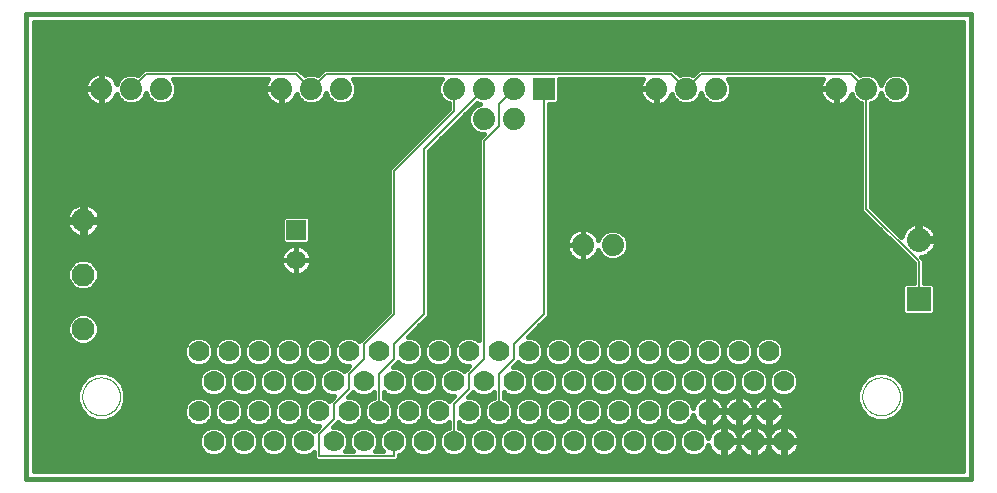
<source format=gbl>
G75*
%MOIN*%
%OFA0B0*%
%FSLAX25Y25*%
%IPPOS*%
%LPD*%
%AMOC8*
5,1,8,0,0,1.08239X$1,22.5*
%
%ADD10C,0.00000*%
%ADD11C,0.01600*%
%ADD12C,0.07400*%
%ADD13C,0.06500*%
%ADD14R,0.06500X0.06500*%
%ADD15R,0.07400X0.07400*%
%ADD16R,0.08000X0.08000*%
%ADD17C,0.08000*%
%ADD18C,0.07677*%
%ADD19C,0.07000*%
%ADD20C,0.00600*%
D10*
X0020501Y0029300D02*
X0020503Y0029458D01*
X0020509Y0029616D01*
X0020519Y0029774D01*
X0020533Y0029932D01*
X0020551Y0030089D01*
X0020572Y0030246D01*
X0020598Y0030402D01*
X0020628Y0030558D01*
X0020661Y0030713D01*
X0020699Y0030866D01*
X0020740Y0031019D01*
X0020785Y0031171D01*
X0020834Y0031322D01*
X0020887Y0031471D01*
X0020943Y0031619D01*
X0021003Y0031765D01*
X0021067Y0031910D01*
X0021135Y0032053D01*
X0021206Y0032195D01*
X0021280Y0032335D01*
X0021358Y0032472D01*
X0021440Y0032608D01*
X0021524Y0032742D01*
X0021613Y0032873D01*
X0021704Y0033002D01*
X0021799Y0033129D01*
X0021896Y0033254D01*
X0021997Y0033376D01*
X0022101Y0033495D01*
X0022208Y0033612D01*
X0022318Y0033726D01*
X0022431Y0033837D01*
X0022546Y0033946D01*
X0022664Y0034051D01*
X0022785Y0034153D01*
X0022908Y0034253D01*
X0023034Y0034349D01*
X0023162Y0034442D01*
X0023292Y0034532D01*
X0023425Y0034618D01*
X0023560Y0034702D01*
X0023696Y0034781D01*
X0023835Y0034858D01*
X0023976Y0034930D01*
X0024118Y0035000D01*
X0024262Y0035065D01*
X0024408Y0035127D01*
X0024555Y0035185D01*
X0024704Y0035240D01*
X0024854Y0035291D01*
X0025005Y0035338D01*
X0025157Y0035381D01*
X0025310Y0035420D01*
X0025465Y0035456D01*
X0025620Y0035487D01*
X0025776Y0035515D01*
X0025932Y0035539D01*
X0026089Y0035559D01*
X0026247Y0035575D01*
X0026404Y0035587D01*
X0026563Y0035595D01*
X0026721Y0035599D01*
X0026879Y0035599D01*
X0027037Y0035595D01*
X0027196Y0035587D01*
X0027353Y0035575D01*
X0027511Y0035559D01*
X0027668Y0035539D01*
X0027824Y0035515D01*
X0027980Y0035487D01*
X0028135Y0035456D01*
X0028290Y0035420D01*
X0028443Y0035381D01*
X0028595Y0035338D01*
X0028746Y0035291D01*
X0028896Y0035240D01*
X0029045Y0035185D01*
X0029192Y0035127D01*
X0029338Y0035065D01*
X0029482Y0035000D01*
X0029624Y0034930D01*
X0029765Y0034858D01*
X0029904Y0034781D01*
X0030040Y0034702D01*
X0030175Y0034618D01*
X0030308Y0034532D01*
X0030438Y0034442D01*
X0030566Y0034349D01*
X0030692Y0034253D01*
X0030815Y0034153D01*
X0030936Y0034051D01*
X0031054Y0033946D01*
X0031169Y0033837D01*
X0031282Y0033726D01*
X0031392Y0033612D01*
X0031499Y0033495D01*
X0031603Y0033376D01*
X0031704Y0033254D01*
X0031801Y0033129D01*
X0031896Y0033002D01*
X0031987Y0032873D01*
X0032076Y0032742D01*
X0032160Y0032608D01*
X0032242Y0032472D01*
X0032320Y0032335D01*
X0032394Y0032195D01*
X0032465Y0032053D01*
X0032533Y0031910D01*
X0032597Y0031765D01*
X0032657Y0031619D01*
X0032713Y0031471D01*
X0032766Y0031322D01*
X0032815Y0031171D01*
X0032860Y0031019D01*
X0032901Y0030866D01*
X0032939Y0030713D01*
X0032972Y0030558D01*
X0033002Y0030402D01*
X0033028Y0030246D01*
X0033049Y0030089D01*
X0033067Y0029932D01*
X0033081Y0029774D01*
X0033091Y0029616D01*
X0033097Y0029458D01*
X0033099Y0029300D01*
X0033097Y0029142D01*
X0033091Y0028984D01*
X0033081Y0028826D01*
X0033067Y0028668D01*
X0033049Y0028511D01*
X0033028Y0028354D01*
X0033002Y0028198D01*
X0032972Y0028042D01*
X0032939Y0027887D01*
X0032901Y0027734D01*
X0032860Y0027581D01*
X0032815Y0027429D01*
X0032766Y0027278D01*
X0032713Y0027129D01*
X0032657Y0026981D01*
X0032597Y0026835D01*
X0032533Y0026690D01*
X0032465Y0026547D01*
X0032394Y0026405D01*
X0032320Y0026265D01*
X0032242Y0026128D01*
X0032160Y0025992D01*
X0032076Y0025858D01*
X0031987Y0025727D01*
X0031896Y0025598D01*
X0031801Y0025471D01*
X0031704Y0025346D01*
X0031603Y0025224D01*
X0031499Y0025105D01*
X0031392Y0024988D01*
X0031282Y0024874D01*
X0031169Y0024763D01*
X0031054Y0024654D01*
X0030936Y0024549D01*
X0030815Y0024447D01*
X0030692Y0024347D01*
X0030566Y0024251D01*
X0030438Y0024158D01*
X0030308Y0024068D01*
X0030175Y0023982D01*
X0030040Y0023898D01*
X0029904Y0023819D01*
X0029765Y0023742D01*
X0029624Y0023670D01*
X0029482Y0023600D01*
X0029338Y0023535D01*
X0029192Y0023473D01*
X0029045Y0023415D01*
X0028896Y0023360D01*
X0028746Y0023309D01*
X0028595Y0023262D01*
X0028443Y0023219D01*
X0028290Y0023180D01*
X0028135Y0023144D01*
X0027980Y0023113D01*
X0027824Y0023085D01*
X0027668Y0023061D01*
X0027511Y0023041D01*
X0027353Y0023025D01*
X0027196Y0023013D01*
X0027037Y0023005D01*
X0026879Y0023001D01*
X0026721Y0023001D01*
X0026563Y0023005D01*
X0026404Y0023013D01*
X0026247Y0023025D01*
X0026089Y0023041D01*
X0025932Y0023061D01*
X0025776Y0023085D01*
X0025620Y0023113D01*
X0025465Y0023144D01*
X0025310Y0023180D01*
X0025157Y0023219D01*
X0025005Y0023262D01*
X0024854Y0023309D01*
X0024704Y0023360D01*
X0024555Y0023415D01*
X0024408Y0023473D01*
X0024262Y0023535D01*
X0024118Y0023600D01*
X0023976Y0023670D01*
X0023835Y0023742D01*
X0023696Y0023819D01*
X0023560Y0023898D01*
X0023425Y0023982D01*
X0023292Y0024068D01*
X0023162Y0024158D01*
X0023034Y0024251D01*
X0022908Y0024347D01*
X0022785Y0024447D01*
X0022664Y0024549D01*
X0022546Y0024654D01*
X0022431Y0024763D01*
X0022318Y0024874D01*
X0022208Y0024988D01*
X0022101Y0025105D01*
X0021997Y0025224D01*
X0021896Y0025346D01*
X0021799Y0025471D01*
X0021704Y0025598D01*
X0021613Y0025727D01*
X0021524Y0025858D01*
X0021440Y0025992D01*
X0021358Y0026128D01*
X0021280Y0026265D01*
X0021206Y0026405D01*
X0021135Y0026547D01*
X0021067Y0026690D01*
X0021003Y0026835D01*
X0020943Y0026981D01*
X0020887Y0027129D01*
X0020834Y0027278D01*
X0020785Y0027429D01*
X0020740Y0027581D01*
X0020699Y0027734D01*
X0020661Y0027887D01*
X0020628Y0028042D01*
X0020598Y0028198D01*
X0020572Y0028354D01*
X0020551Y0028511D01*
X0020533Y0028668D01*
X0020519Y0028826D01*
X0020509Y0028984D01*
X0020503Y0029142D01*
X0020501Y0029300D01*
X0280501Y0029300D02*
X0280503Y0029458D01*
X0280509Y0029616D01*
X0280519Y0029774D01*
X0280533Y0029932D01*
X0280551Y0030089D01*
X0280572Y0030246D01*
X0280598Y0030402D01*
X0280628Y0030558D01*
X0280661Y0030713D01*
X0280699Y0030866D01*
X0280740Y0031019D01*
X0280785Y0031171D01*
X0280834Y0031322D01*
X0280887Y0031471D01*
X0280943Y0031619D01*
X0281003Y0031765D01*
X0281067Y0031910D01*
X0281135Y0032053D01*
X0281206Y0032195D01*
X0281280Y0032335D01*
X0281358Y0032472D01*
X0281440Y0032608D01*
X0281524Y0032742D01*
X0281613Y0032873D01*
X0281704Y0033002D01*
X0281799Y0033129D01*
X0281896Y0033254D01*
X0281997Y0033376D01*
X0282101Y0033495D01*
X0282208Y0033612D01*
X0282318Y0033726D01*
X0282431Y0033837D01*
X0282546Y0033946D01*
X0282664Y0034051D01*
X0282785Y0034153D01*
X0282908Y0034253D01*
X0283034Y0034349D01*
X0283162Y0034442D01*
X0283292Y0034532D01*
X0283425Y0034618D01*
X0283560Y0034702D01*
X0283696Y0034781D01*
X0283835Y0034858D01*
X0283976Y0034930D01*
X0284118Y0035000D01*
X0284262Y0035065D01*
X0284408Y0035127D01*
X0284555Y0035185D01*
X0284704Y0035240D01*
X0284854Y0035291D01*
X0285005Y0035338D01*
X0285157Y0035381D01*
X0285310Y0035420D01*
X0285465Y0035456D01*
X0285620Y0035487D01*
X0285776Y0035515D01*
X0285932Y0035539D01*
X0286089Y0035559D01*
X0286247Y0035575D01*
X0286404Y0035587D01*
X0286563Y0035595D01*
X0286721Y0035599D01*
X0286879Y0035599D01*
X0287037Y0035595D01*
X0287196Y0035587D01*
X0287353Y0035575D01*
X0287511Y0035559D01*
X0287668Y0035539D01*
X0287824Y0035515D01*
X0287980Y0035487D01*
X0288135Y0035456D01*
X0288290Y0035420D01*
X0288443Y0035381D01*
X0288595Y0035338D01*
X0288746Y0035291D01*
X0288896Y0035240D01*
X0289045Y0035185D01*
X0289192Y0035127D01*
X0289338Y0035065D01*
X0289482Y0035000D01*
X0289624Y0034930D01*
X0289765Y0034858D01*
X0289904Y0034781D01*
X0290040Y0034702D01*
X0290175Y0034618D01*
X0290308Y0034532D01*
X0290438Y0034442D01*
X0290566Y0034349D01*
X0290692Y0034253D01*
X0290815Y0034153D01*
X0290936Y0034051D01*
X0291054Y0033946D01*
X0291169Y0033837D01*
X0291282Y0033726D01*
X0291392Y0033612D01*
X0291499Y0033495D01*
X0291603Y0033376D01*
X0291704Y0033254D01*
X0291801Y0033129D01*
X0291896Y0033002D01*
X0291987Y0032873D01*
X0292076Y0032742D01*
X0292160Y0032608D01*
X0292242Y0032472D01*
X0292320Y0032335D01*
X0292394Y0032195D01*
X0292465Y0032053D01*
X0292533Y0031910D01*
X0292597Y0031765D01*
X0292657Y0031619D01*
X0292713Y0031471D01*
X0292766Y0031322D01*
X0292815Y0031171D01*
X0292860Y0031019D01*
X0292901Y0030866D01*
X0292939Y0030713D01*
X0292972Y0030558D01*
X0293002Y0030402D01*
X0293028Y0030246D01*
X0293049Y0030089D01*
X0293067Y0029932D01*
X0293081Y0029774D01*
X0293091Y0029616D01*
X0293097Y0029458D01*
X0293099Y0029300D01*
X0293097Y0029142D01*
X0293091Y0028984D01*
X0293081Y0028826D01*
X0293067Y0028668D01*
X0293049Y0028511D01*
X0293028Y0028354D01*
X0293002Y0028198D01*
X0292972Y0028042D01*
X0292939Y0027887D01*
X0292901Y0027734D01*
X0292860Y0027581D01*
X0292815Y0027429D01*
X0292766Y0027278D01*
X0292713Y0027129D01*
X0292657Y0026981D01*
X0292597Y0026835D01*
X0292533Y0026690D01*
X0292465Y0026547D01*
X0292394Y0026405D01*
X0292320Y0026265D01*
X0292242Y0026128D01*
X0292160Y0025992D01*
X0292076Y0025858D01*
X0291987Y0025727D01*
X0291896Y0025598D01*
X0291801Y0025471D01*
X0291704Y0025346D01*
X0291603Y0025224D01*
X0291499Y0025105D01*
X0291392Y0024988D01*
X0291282Y0024874D01*
X0291169Y0024763D01*
X0291054Y0024654D01*
X0290936Y0024549D01*
X0290815Y0024447D01*
X0290692Y0024347D01*
X0290566Y0024251D01*
X0290438Y0024158D01*
X0290308Y0024068D01*
X0290175Y0023982D01*
X0290040Y0023898D01*
X0289904Y0023819D01*
X0289765Y0023742D01*
X0289624Y0023670D01*
X0289482Y0023600D01*
X0289338Y0023535D01*
X0289192Y0023473D01*
X0289045Y0023415D01*
X0288896Y0023360D01*
X0288746Y0023309D01*
X0288595Y0023262D01*
X0288443Y0023219D01*
X0288290Y0023180D01*
X0288135Y0023144D01*
X0287980Y0023113D01*
X0287824Y0023085D01*
X0287668Y0023061D01*
X0287511Y0023041D01*
X0287353Y0023025D01*
X0287196Y0023013D01*
X0287037Y0023005D01*
X0286879Y0023001D01*
X0286721Y0023001D01*
X0286563Y0023005D01*
X0286404Y0023013D01*
X0286247Y0023025D01*
X0286089Y0023041D01*
X0285932Y0023061D01*
X0285776Y0023085D01*
X0285620Y0023113D01*
X0285465Y0023144D01*
X0285310Y0023180D01*
X0285157Y0023219D01*
X0285005Y0023262D01*
X0284854Y0023309D01*
X0284704Y0023360D01*
X0284555Y0023415D01*
X0284408Y0023473D01*
X0284262Y0023535D01*
X0284118Y0023600D01*
X0283976Y0023670D01*
X0283835Y0023742D01*
X0283696Y0023819D01*
X0283560Y0023898D01*
X0283425Y0023982D01*
X0283292Y0024068D01*
X0283162Y0024158D01*
X0283034Y0024251D01*
X0282908Y0024347D01*
X0282785Y0024447D01*
X0282664Y0024549D01*
X0282546Y0024654D01*
X0282431Y0024763D01*
X0282318Y0024874D01*
X0282208Y0024988D01*
X0282101Y0025105D01*
X0281997Y0025224D01*
X0281896Y0025346D01*
X0281799Y0025471D01*
X0281704Y0025598D01*
X0281613Y0025727D01*
X0281524Y0025858D01*
X0281440Y0025992D01*
X0281358Y0026128D01*
X0281280Y0026265D01*
X0281206Y0026405D01*
X0281135Y0026547D01*
X0281067Y0026690D01*
X0281003Y0026835D01*
X0280943Y0026981D01*
X0280887Y0027129D01*
X0280834Y0027278D01*
X0280785Y0027429D01*
X0280740Y0027581D01*
X0280699Y0027734D01*
X0280661Y0027887D01*
X0280628Y0028042D01*
X0280598Y0028198D01*
X0280572Y0028354D01*
X0280551Y0028511D01*
X0280533Y0028668D01*
X0280519Y0028826D01*
X0280509Y0028984D01*
X0280503Y0029142D01*
X0280501Y0029300D01*
D11*
X0001800Y0001800D02*
X0001800Y0156800D01*
X0316800Y0156800D01*
X0316800Y0001800D01*
X0001800Y0001800D01*
X0004400Y0004400D02*
X0004400Y0154200D01*
X0314200Y0154200D01*
X0314200Y0004400D01*
X0004400Y0004400D01*
X0004400Y0004997D02*
X0314200Y0004997D01*
X0314200Y0006596D02*
X0004400Y0006596D01*
X0004400Y0008194D02*
X0098002Y0008194D01*
X0097600Y0008596D02*
X0098596Y0007600D01*
X0125004Y0007600D01*
X0126000Y0008596D01*
X0126000Y0009700D01*
X0127076Y0010146D01*
X0128454Y0011524D01*
X0129200Y0013325D01*
X0129200Y0015275D01*
X0128454Y0017076D01*
X0127076Y0018454D01*
X0125275Y0019200D01*
X0123325Y0019200D01*
X0121524Y0018454D01*
X0120146Y0017076D01*
X0119400Y0015275D01*
X0119400Y0013325D01*
X0120146Y0011524D01*
X0120670Y0011000D01*
X0117930Y0011000D01*
X0118454Y0011524D01*
X0119200Y0013325D01*
X0119200Y0015275D01*
X0118454Y0017076D01*
X0117076Y0018454D01*
X0115275Y0019200D01*
X0113325Y0019200D01*
X0111524Y0018454D01*
X0110146Y0017076D01*
X0109400Y0015275D01*
X0109400Y0013325D01*
X0110146Y0011524D01*
X0110670Y0011000D01*
X0107930Y0011000D01*
X0108454Y0011524D01*
X0109200Y0013325D01*
X0109200Y0015275D01*
X0108454Y0017076D01*
X0107076Y0018454D01*
X0105275Y0019200D01*
X0104104Y0019200D01*
X0105787Y0020883D01*
X0106524Y0020146D01*
X0108325Y0019400D01*
X0110275Y0019400D01*
X0112076Y0020146D01*
X0113454Y0021524D01*
X0114200Y0023325D01*
X0114200Y0025275D01*
X0113454Y0027076D01*
X0112076Y0028454D01*
X0110275Y0029200D01*
X0109104Y0029200D01*
X0110787Y0030883D01*
X0111524Y0030146D01*
X0113325Y0029400D01*
X0115275Y0029400D01*
X0117076Y0030146D01*
X0117600Y0030670D01*
X0117600Y0028900D01*
X0116524Y0028454D01*
X0115146Y0027076D01*
X0114400Y0025275D01*
X0114400Y0023325D01*
X0115146Y0021524D01*
X0116524Y0020146D01*
X0118325Y0019400D01*
X0120275Y0019400D01*
X0122076Y0020146D01*
X0123454Y0021524D01*
X0124200Y0023325D01*
X0124200Y0025275D01*
X0123454Y0027076D01*
X0122076Y0028454D01*
X0121000Y0028900D01*
X0121000Y0030670D01*
X0121524Y0030146D01*
X0123325Y0029400D01*
X0125275Y0029400D01*
X0127076Y0030146D01*
X0128454Y0031524D01*
X0129200Y0033325D01*
X0129200Y0035275D01*
X0128454Y0037076D01*
X0127076Y0038454D01*
X0125275Y0039200D01*
X0124104Y0039200D01*
X0125004Y0040100D01*
X0125787Y0040883D01*
X0126524Y0040146D01*
X0128325Y0039400D01*
X0130275Y0039400D01*
X0132076Y0040146D01*
X0133454Y0041524D01*
X0134200Y0043325D01*
X0134200Y0045275D01*
X0133454Y0047076D01*
X0132076Y0048454D01*
X0130275Y0049200D01*
X0129104Y0049200D01*
X0135004Y0055100D01*
X0136000Y0056096D01*
X0136000Y0111096D01*
X0152097Y0127192D01*
X0153044Y0126800D01*
X0151411Y0126124D01*
X0149976Y0124689D01*
X0149200Y0122814D01*
X0149200Y0120786D01*
X0149976Y0118911D01*
X0151411Y0117476D01*
X0153286Y0116700D01*
X0154296Y0116700D01*
X0152600Y0115004D01*
X0152600Y0047930D01*
X0152076Y0048454D01*
X0150275Y0049200D01*
X0148325Y0049200D01*
X0146524Y0048454D01*
X0145146Y0047076D01*
X0144400Y0045275D01*
X0144400Y0043325D01*
X0145146Y0041524D01*
X0146524Y0040146D01*
X0148325Y0039400D01*
X0149496Y0039400D01*
X0147813Y0037717D01*
X0147076Y0038454D01*
X0145275Y0039200D01*
X0143325Y0039200D01*
X0141524Y0038454D01*
X0140146Y0037076D01*
X0139400Y0035275D01*
X0139400Y0033325D01*
X0140146Y0031524D01*
X0141524Y0030146D01*
X0143325Y0029400D01*
X0144496Y0029400D01*
X0142813Y0027717D01*
X0142076Y0028454D01*
X0140275Y0029200D01*
X0138325Y0029200D01*
X0136524Y0028454D01*
X0135146Y0027076D01*
X0134400Y0025275D01*
X0134400Y0023325D01*
X0135146Y0021524D01*
X0136524Y0020146D01*
X0138325Y0019400D01*
X0140275Y0019400D01*
X0142076Y0020146D01*
X0142600Y0020670D01*
X0142600Y0018900D01*
X0141524Y0018454D01*
X0140146Y0017076D01*
X0139400Y0015275D01*
X0139400Y0013325D01*
X0140146Y0011524D01*
X0141524Y0010146D01*
X0143325Y0009400D01*
X0145275Y0009400D01*
X0147076Y0010146D01*
X0148454Y0011524D01*
X0149200Y0013325D01*
X0149200Y0015275D01*
X0148454Y0017076D01*
X0147076Y0018454D01*
X0146000Y0018900D01*
X0146000Y0020670D01*
X0146524Y0020146D01*
X0148325Y0019400D01*
X0150275Y0019400D01*
X0152076Y0020146D01*
X0153454Y0021524D01*
X0154200Y0023325D01*
X0154200Y0025275D01*
X0153454Y0027076D01*
X0152076Y0028454D01*
X0150275Y0029200D01*
X0149104Y0029200D01*
X0150004Y0030100D01*
X0150787Y0030883D01*
X0151524Y0030146D01*
X0153325Y0029400D01*
X0155275Y0029400D01*
X0157076Y0030146D01*
X0157600Y0030670D01*
X0157600Y0028900D01*
X0156524Y0028454D01*
X0155146Y0027076D01*
X0154400Y0025275D01*
X0154400Y0023325D01*
X0155146Y0021524D01*
X0156524Y0020146D01*
X0158325Y0019400D01*
X0160275Y0019400D01*
X0162076Y0020146D01*
X0163454Y0021524D01*
X0164200Y0023325D01*
X0164200Y0025275D01*
X0163454Y0027076D01*
X0162076Y0028454D01*
X0161000Y0028900D01*
X0161000Y0030670D01*
X0161524Y0030146D01*
X0163325Y0029400D01*
X0165275Y0029400D01*
X0167076Y0030146D01*
X0168454Y0031524D01*
X0169200Y0033325D01*
X0169200Y0035275D01*
X0168454Y0037076D01*
X0167076Y0038454D01*
X0165275Y0039200D01*
X0164104Y0039200D01*
X0165787Y0040883D01*
X0166524Y0040146D01*
X0168325Y0039400D01*
X0170275Y0039400D01*
X0172076Y0040146D01*
X0173454Y0041524D01*
X0174200Y0043325D01*
X0174200Y0045275D01*
X0173454Y0047076D01*
X0172076Y0048454D01*
X0170275Y0049200D01*
X0169104Y0049200D01*
X0176000Y0056096D01*
X0176000Y0126700D01*
X0178580Y0126700D01*
X0179400Y0127520D01*
X0179400Y0135100D01*
X0207399Y0135100D01*
X0207096Y0134683D01*
X0206703Y0133911D01*
X0206435Y0133088D01*
X0206300Y0132233D01*
X0206300Y0132000D01*
X0211600Y0132000D01*
X0211600Y0131600D01*
X0212000Y0131600D01*
X0212000Y0126300D01*
X0212233Y0126300D01*
X0213088Y0126435D01*
X0213911Y0126703D01*
X0214683Y0127096D01*
X0215383Y0127605D01*
X0215995Y0128217D01*
X0216504Y0128917D01*
X0216897Y0129689D01*
X0217010Y0130037D01*
X0217476Y0128911D01*
X0218911Y0127476D01*
X0220786Y0126700D01*
X0222814Y0126700D01*
X0224689Y0127476D01*
X0226124Y0128911D01*
X0226800Y0130544D01*
X0227476Y0128911D01*
X0228911Y0127476D01*
X0230786Y0126700D01*
X0232814Y0126700D01*
X0234689Y0127476D01*
X0236124Y0128911D01*
X0236900Y0130786D01*
X0236900Y0132814D01*
X0236124Y0134689D01*
X0235712Y0135100D01*
X0267399Y0135100D01*
X0267096Y0134683D01*
X0266703Y0133911D01*
X0266435Y0133088D01*
X0266300Y0132233D01*
X0266300Y0132000D01*
X0271600Y0132000D01*
X0271600Y0131600D01*
X0272000Y0131600D01*
X0272000Y0126300D01*
X0272233Y0126300D01*
X0273088Y0126435D01*
X0273911Y0126703D01*
X0274683Y0127096D01*
X0275383Y0127605D01*
X0275995Y0128217D01*
X0276504Y0128917D01*
X0276897Y0129689D01*
X0277010Y0130037D01*
X0277476Y0128911D01*
X0278911Y0127476D01*
X0280100Y0126984D01*
X0280100Y0091096D01*
X0281096Y0090100D01*
X0297600Y0073596D01*
X0297600Y0067200D01*
X0294720Y0067200D01*
X0293900Y0066380D01*
X0293900Y0057220D01*
X0294720Y0056400D01*
X0303880Y0056400D01*
X0304700Y0057220D01*
X0304700Y0066380D01*
X0303880Y0067200D01*
X0301000Y0067200D01*
X0301000Y0075004D01*
X0300242Y0075762D01*
X0300658Y0075828D01*
X0301526Y0076110D01*
X0302340Y0076524D01*
X0303078Y0077061D01*
X0303724Y0077707D01*
X0304261Y0078445D01*
X0304675Y0079259D01*
X0304957Y0080127D01*
X0314200Y0080127D01*
X0314200Y0078529D02*
X0304303Y0078529D01*
X0304957Y0080127D02*
X0305096Y0081005D01*
X0299780Y0081005D01*
X0299780Y0081965D01*
X0298820Y0081965D01*
X0298820Y0087281D01*
X0297942Y0087142D01*
X0297074Y0086860D01*
X0296260Y0086446D01*
X0295522Y0085909D01*
X0294876Y0085263D01*
X0294339Y0084525D01*
X0293925Y0083711D01*
X0293643Y0082843D01*
X0293577Y0082427D01*
X0283500Y0092504D01*
X0283500Y0126984D01*
X0284689Y0127476D01*
X0286124Y0128911D01*
X0286800Y0130544D01*
X0287476Y0128911D01*
X0288911Y0127476D01*
X0290786Y0126700D01*
X0292814Y0126700D01*
X0294689Y0127476D01*
X0296124Y0128911D01*
X0296900Y0130786D01*
X0296900Y0132814D01*
X0296124Y0134689D01*
X0294689Y0136124D01*
X0292814Y0136900D01*
X0290786Y0136900D01*
X0288911Y0136124D01*
X0287476Y0134689D01*
X0286800Y0133056D01*
X0286124Y0134689D01*
X0284689Y0136124D01*
X0282814Y0136900D01*
X0280786Y0136900D01*
X0279597Y0136408D01*
X0277504Y0138500D01*
X0226096Y0138500D01*
X0225100Y0137504D01*
X0224003Y0136408D01*
X0222814Y0136900D01*
X0220786Y0136900D01*
X0219597Y0136408D01*
X0217504Y0138500D01*
X0101096Y0138500D01*
X0100100Y0137504D01*
X0099003Y0136408D01*
X0097814Y0136900D01*
X0095786Y0136900D01*
X0094597Y0136408D01*
X0092504Y0138500D01*
X0041096Y0138500D01*
X0040100Y0137504D01*
X0039003Y0136408D01*
X0037814Y0136900D01*
X0035786Y0136900D01*
X0033911Y0136124D01*
X0032476Y0134689D01*
X0032010Y0133563D01*
X0031897Y0133911D01*
X0031504Y0134683D01*
X0030995Y0135383D01*
X0030383Y0135995D01*
X0029683Y0136504D01*
X0028911Y0136897D01*
X0028088Y0137165D01*
X0027233Y0137300D01*
X0027000Y0137300D01*
X0027000Y0132000D01*
X0026600Y0132000D01*
X0026600Y0137300D01*
X0026367Y0137300D01*
X0025512Y0137165D01*
X0024689Y0136897D01*
X0023917Y0136504D01*
X0023217Y0135995D01*
X0022605Y0135383D01*
X0022096Y0134683D01*
X0021703Y0133911D01*
X0021435Y0133088D01*
X0021300Y0132233D01*
X0021300Y0132000D01*
X0026600Y0132000D01*
X0026600Y0131600D01*
X0027000Y0131600D01*
X0027000Y0126300D01*
X0027233Y0126300D01*
X0028088Y0126435D01*
X0028911Y0126703D01*
X0029683Y0127096D01*
X0030383Y0127605D01*
X0030995Y0128217D01*
X0031504Y0128917D01*
X0031897Y0129689D01*
X0032010Y0130037D01*
X0032476Y0128911D01*
X0033911Y0127476D01*
X0035786Y0126700D01*
X0037814Y0126700D01*
X0039689Y0127476D01*
X0041124Y0128911D01*
X0041800Y0130544D01*
X0042476Y0128911D01*
X0043911Y0127476D01*
X0045786Y0126700D01*
X0047814Y0126700D01*
X0049689Y0127476D01*
X0051124Y0128911D01*
X0051900Y0130786D01*
X0051900Y0132814D01*
X0051124Y0134689D01*
X0050712Y0135100D01*
X0082399Y0135100D01*
X0082096Y0134683D01*
X0081703Y0133911D01*
X0081435Y0133088D01*
X0081300Y0132233D01*
X0081300Y0132000D01*
X0086600Y0132000D01*
X0086600Y0131600D01*
X0087000Y0131600D01*
X0087000Y0126300D01*
X0087233Y0126300D01*
X0088088Y0126435D01*
X0088911Y0126703D01*
X0089683Y0127096D01*
X0090383Y0127605D01*
X0090995Y0128217D01*
X0091504Y0128917D01*
X0091897Y0129689D01*
X0092010Y0130037D01*
X0092476Y0128911D01*
X0093911Y0127476D01*
X0095786Y0126700D01*
X0097814Y0126700D01*
X0099689Y0127476D01*
X0101124Y0128911D01*
X0101800Y0130544D01*
X0102476Y0128911D01*
X0103911Y0127476D01*
X0105786Y0126700D01*
X0107814Y0126700D01*
X0109689Y0127476D01*
X0111124Y0128911D01*
X0111900Y0130786D01*
X0111900Y0132814D01*
X0111124Y0134689D01*
X0110712Y0135100D01*
X0140388Y0135100D01*
X0139976Y0134689D01*
X0139200Y0132814D01*
X0139200Y0130786D01*
X0139976Y0128911D01*
X0141411Y0127476D01*
X0142600Y0126984D01*
X0142600Y0125004D01*
X0123596Y0106000D01*
X0122600Y0105004D01*
X0122600Y0057504D01*
X0113596Y0048500D01*
X0112813Y0047717D01*
X0112076Y0048454D01*
X0110275Y0049200D01*
X0108325Y0049200D01*
X0106524Y0048454D01*
X0105146Y0047076D01*
X0104400Y0045275D01*
X0104400Y0043325D01*
X0105146Y0041524D01*
X0106524Y0040146D01*
X0108325Y0039400D01*
X0109496Y0039400D01*
X0108596Y0038500D01*
X0107813Y0037717D01*
X0107076Y0038454D01*
X0105275Y0039200D01*
X0103325Y0039200D01*
X0101524Y0038454D01*
X0100146Y0037076D01*
X0099400Y0035275D01*
X0099400Y0033325D01*
X0100146Y0031524D01*
X0101524Y0030146D01*
X0103325Y0029400D01*
X0104496Y0029400D01*
X0103596Y0028500D01*
X0102813Y0027717D01*
X0102076Y0028454D01*
X0100275Y0029200D01*
X0098325Y0029200D01*
X0096524Y0028454D01*
X0095146Y0027076D01*
X0094400Y0025275D01*
X0094400Y0023325D01*
X0095146Y0021524D01*
X0096524Y0020146D01*
X0098325Y0019400D01*
X0099496Y0019400D01*
X0098596Y0018500D01*
X0097813Y0017717D01*
X0097076Y0018454D01*
X0095275Y0019200D01*
X0093325Y0019200D01*
X0091524Y0018454D01*
X0090146Y0017076D01*
X0089400Y0015275D01*
X0089400Y0013325D01*
X0090146Y0011524D01*
X0091524Y0010146D01*
X0093325Y0009400D01*
X0095275Y0009400D01*
X0097076Y0010146D01*
X0097600Y0010670D01*
X0097600Y0008596D01*
X0097600Y0009793D02*
X0096222Y0009793D01*
X0092378Y0009793D02*
X0086222Y0009793D01*
X0087076Y0010146D02*
X0088454Y0011524D01*
X0089200Y0013325D01*
X0089200Y0015275D01*
X0088454Y0017076D01*
X0087076Y0018454D01*
X0085275Y0019200D01*
X0083325Y0019200D01*
X0081524Y0018454D01*
X0080146Y0017076D01*
X0079400Y0015275D01*
X0079400Y0013325D01*
X0080146Y0011524D01*
X0081524Y0010146D01*
X0083325Y0009400D01*
X0085275Y0009400D01*
X0087076Y0010146D01*
X0088321Y0011391D02*
X0090279Y0011391D01*
X0089539Y0012990D02*
X0089061Y0012990D01*
X0089200Y0014588D02*
X0089400Y0014588D01*
X0089778Y0016187D02*
X0088822Y0016187D01*
X0087745Y0017785D02*
X0090855Y0017785D01*
X0090275Y0019400D02*
X0092076Y0020146D01*
X0093454Y0021524D01*
X0094200Y0023325D01*
X0094200Y0025275D01*
X0093454Y0027076D01*
X0092076Y0028454D01*
X0090275Y0029200D01*
X0088325Y0029200D01*
X0086524Y0028454D01*
X0085146Y0027076D01*
X0084400Y0025275D01*
X0084400Y0023325D01*
X0085146Y0021524D01*
X0086524Y0020146D01*
X0088325Y0019400D01*
X0090275Y0019400D01*
X0092912Y0020982D02*
X0095688Y0020982D01*
X0094708Y0022581D02*
X0093892Y0022581D01*
X0094200Y0024179D02*
X0094400Y0024179D01*
X0094608Y0025778D02*
X0093992Y0025778D01*
X0093153Y0027376D02*
X0095447Y0027376D01*
X0095275Y0029400D02*
X0093325Y0029400D01*
X0091524Y0030146D01*
X0090146Y0031524D01*
X0089400Y0033325D01*
X0089400Y0035275D01*
X0090146Y0037076D01*
X0091524Y0038454D01*
X0093325Y0039200D01*
X0095275Y0039200D01*
X0097076Y0038454D01*
X0098454Y0037076D01*
X0099200Y0035275D01*
X0099200Y0033325D01*
X0098454Y0031524D01*
X0097076Y0030146D01*
X0095275Y0029400D01*
X0097503Y0030573D02*
X0101097Y0030573D01*
X0100819Y0028975D02*
X0104071Y0028975D01*
X0099878Y0032172D02*
X0098722Y0032172D01*
X0099200Y0033770D02*
X0099400Y0033770D01*
X0099439Y0035369D02*
X0099161Y0035369D01*
X0098499Y0036967D02*
X0100101Y0036967D01*
X0101794Y0038566D02*
X0096806Y0038566D01*
X0096524Y0040146D02*
X0098325Y0039400D01*
X0100275Y0039400D01*
X0102076Y0040146D01*
X0103454Y0041524D01*
X0104200Y0043325D01*
X0104200Y0045275D01*
X0103454Y0047076D01*
X0102076Y0048454D01*
X0100275Y0049200D01*
X0098325Y0049200D01*
X0096524Y0048454D01*
X0095146Y0047076D01*
X0094400Y0045275D01*
X0094400Y0043325D01*
X0095146Y0041524D01*
X0096524Y0040146D01*
X0096506Y0040164D02*
X0092094Y0040164D01*
X0092076Y0040146D02*
X0093454Y0041524D01*
X0094200Y0043325D01*
X0094200Y0045275D01*
X0093454Y0047076D01*
X0092076Y0048454D01*
X0090275Y0049200D01*
X0088325Y0049200D01*
X0086524Y0048454D01*
X0085146Y0047076D01*
X0084400Y0045275D01*
X0084400Y0043325D01*
X0085146Y0041524D01*
X0086524Y0040146D01*
X0088325Y0039400D01*
X0090275Y0039400D01*
X0092076Y0040146D01*
X0091794Y0038566D02*
X0086806Y0038566D01*
X0087076Y0038454D02*
X0085275Y0039200D01*
X0083325Y0039200D01*
X0081524Y0038454D01*
X0080146Y0037076D01*
X0079400Y0035275D01*
X0079400Y0033325D01*
X0080146Y0031524D01*
X0081524Y0030146D01*
X0083325Y0029400D01*
X0085275Y0029400D01*
X0087076Y0030146D01*
X0088454Y0031524D01*
X0089200Y0033325D01*
X0089200Y0035275D01*
X0088454Y0037076D01*
X0087076Y0038454D01*
X0086506Y0040164D02*
X0082094Y0040164D01*
X0082076Y0040146D02*
X0083454Y0041524D01*
X0084200Y0043325D01*
X0084200Y0045275D01*
X0083454Y0047076D01*
X0082076Y0048454D01*
X0080275Y0049200D01*
X0078325Y0049200D01*
X0076524Y0048454D01*
X0075146Y0047076D01*
X0074400Y0045275D01*
X0074400Y0043325D01*
X0075146Y0041524D01*
X0076524Y0040146D01*
X0078325Y0039400D01*
X0080275Y0039400D01*
X0082076Y0040146D01*
X0081794Y0038566D02*
X0076806Y0038566D01*
X0077076Y0038454D02*
X0075275Y0039200D01*
X0073325Y0039200D01*
X0071524Y0038454D01*
X0070146Y0037076D01*
X0069400Y0035275D01*
X0069400Y0033325D01*
X0070146Y0031524D01*
X0071524Y0030146D01*
X0073325Y0029400D01*
X0075275Y0029400D01*
X0077076Y0030146D01*
X0078454Y0031524D01*
X0079200Y0033325D01*
X0079200Y0035275D01*
X0078454Y0037076D01*
X0077076Y0038454D01*
X0076506Y0040164D02*
X0072094Y0040164D01*
X0072076Y0040146D02*
X0073454Y0041524D01*
X0074200Y0043325D01*
X0074200Y0045275D01*
X0073454Y0047076D01*
X0072076Y0048454D01*
X0070275Y0049200D01*
X0068325Y0049200D01*
X0066524Y0048454D01*
X0065146Y0047076D01*
X0064400Y0045275D01*
X0064400Y0043325D01*
X0065146Y0041524D01*
X0066524Y0040146D01*
X0068325Y0039400D01*
X0070275Y0039400D01*
X0072076Y0040146D01*
X0071794Y0038566D02*
X0066806Y0038566D01*
X0067076Y0038454D02*
X0065275Y0039200D01*
X0063325Y0039200D01*
X0061524Y0038454D01*
X0060146Y0037076D01*
X0059400Y0035275D01*
X0059400Y0033325D01*
X0060146Y0031524D01*
X0061524Y0030146D01*
X0063325Y0029400D01*
X0065275Y0029400D01*
X0067076Y0030146D01*
X0068454Y0031524D01*
X0069200Y0033325D01*
X0069200Y0035275D01*
X0068454Y0037076D01*
X0067076Y0038454D01*
X0066506Y0040164D02*
X0062094Y0040164D01*
X0062076Y0040146D02*
X0063454Y0041524D01*
X0064200Y0043325D01*
X0064200Y0045275D01*
X0063454Y0047076D01*
X0062076Y0048454D01*
X0060275Y0049200D01*
X0058325Y0049200D01*
X0056524Y0048454D01*
X0055146Y0047076D01*
X0054400Y0045275D01*
X0054400Y0043325D01*
X0055146Y0041524D01*
X0056524Y0040146D01*
X0058325Y0039400D01*
X0060275Y0039400D01*
X0062076Y0040146D01*
X0061794Y0038566D02*
X0004400Y0038566D01*
X0004400Y0040164D02*
X0056506Y0040164D01*
X0055047Y0041763D02*
X0004400Y0041763D01*
X0004400Y0043361D02*
X0054400Y0043361D01*
X0054400Y0044960D02*
X0004400Y0044960D01*
X0004400Y0046558D02*
X0054932Y0046558D01*
X0056227Y0048157D02*
X0024565Y0048157D01*
X0025241Y0048833D02*
X0026039Y0050758D01*
X0026039Y0052842D01*
X0025241Y0054767D01*
X0023767Y0056241D01*
X0021842Y0057039D01*
X0019758Y0057039D01*
X0017833Y0056241D01*
X0016359Y0054767D01*
X0015561Y0052842D01*
X0015561Y0050758D01*
X0016359Y0048833D01*
X0017833Y0047359D01*
X0019758Y0046561D01*
X0021842Y0046561D01*
X0023767Y0047359D01*
X0025241Y0048833D01*
X0025623Y0049755D02*
X0114851Y0049755D01*
X0113253Y0048157D02*
X0112373Y0048157D01*
X0116450Y0051354D02*
X0026039Y0051354D01*
X0025993Y0052952D02*
X0118048Y0052952D01*
X0119647Y0054551D02*
X0025331Y0054551D01*
X0023859Y0056149D02*
X0121245Y0056149D01*
X0122600Y0057748D02*
X0004400Y0057748D01*
X0004400Y0059346D02*
X0122600Y0059346D01*
X0122600Y0060945D02*
X0004400Y0060945D01*
X0004400Y0062543D02*
X0122600Y0062543D01*
X0122600Y0064142D02*
X0004400Y0064142D01*
X0004400Y0065740D02*
X0017561Y0065740D01*
X0017833Y0065469D02*
X0019758Y0064672D01*
X0021842Y0064672D01*
X0023767Y0065469D01*
X0025241Y0066943D01*
X0026039Y0068868D01*
X0026039Y0070952D01*
X0025241Y0072878D01*
X0023767Y0074351D01*
X0021842Y0075149D01*
X0019758Y0075149D01*
X0017833Y0074351D01*
X0016359Y0072878D01*
X0015561Y0070952D01*
X0015561Y0068868D01*
X0016359Y0066943D01*
X0017833Y0065469D01*
X0016195Y0067339D02*
X0004400Y0067339D01*
X0004400Y0068937D02*
X0015561Y0068937D01*
X0015561Y0070536D02*
X0004400Y0070536D01*
X0004400Y0072134D02*
X0016051Y0072134D01*
X0017214Y0073733D02*
X0004400Y0073733D01*
X0004400Y0075332D02*
X0086771Y0075332D01*
X0086750Y0075197D02*
X0086750Y0074800D01*
X0091800Y0074800D01*
X0091800Y0074800D01*
X0091800Y0079850D01*
X0092197Y0079850D01*
X0092983Y0079726D01*
X0093739Y0079480D01*
X0094447Y0079119D01*
X0095090Y0078652D01*
X0095652Y0078090D01*
X0096119Y0077447D01*
X0096480Y0076739D01*
X0096726Y0075983D01*
X0096850Y0075197D01*
X0096850Y0074800D01*
X0091800Y0074800D01*
X0091800Y0074800D01*
X0091800Y0074800D01*
X0091800Y0079850D01*
X0091403Y0079850D01*
X0090617Y0079726D01*
X0089861Y0079480D01*
X0089153Y0079119D01*
X0088510Y0078652D01*
X0087948Y0078090D01*
X0087481Y0077447D01*
X0087120Y0076739D01*
X0086874Y0075983D01*
X0086750Y0075197D01*
X0086750Y0074800D02*
X0086750Y0074403D01*
X0086874Y0073617D01*
X0087120Y0072861D01*
X0087481Y0072153D01*
X0087948Y0071510D01*
X0088510Y0070948D01*
X0089153Y0070481D01*
X0089861Y0070120D01*
X0090617Y0069874D01*
X0091403Y0069750D01*
X0091800Y0069750D01*
X0092197Y0069750D01*
X0092983Y0069874D01*
X0093739Y0070120D01*
X0094447Y0070481D01*
X0095090Y0070948D01*
X0095652Y0071510D01*
X0096119Y0072153D01*
X0096480Y0072861D01*
X0096726Y0073617D01*
X0096850Y0074403D01*
X0096850Y0074800D01*
X0091800Y0074800D01*
X0091800Y0069750D01*
X0091800Y0074800D01*
X0091800Y0074800D01*
X0086750Y0074800D01*
X0086856Y0073733D02*
X0024386Y0073733D01*
X0025549Y0072134D02*
X0087494Y0072134D01*
X0089077Y0070536D02*
X0026039Y0070536D01*
X0026039Y0068937D02*
X0122600Y0068937D01*
X0122600Y0067339D02*
X0025405Y0067339D01*
X0024039Y0065740D02*
X0122600Y0065740D01*
X0122600Y0070536D02*
X0094523Y0070536D01*
X0096106Y0072134D02*
X0122600Y0072134D01*
X0122600Y0073733D02*
X0096744Y0073733D01*
X0096829Y0075332D02*
X0122600Y0075332D01*
X0122600Y0076930D02*
X0096382Y0076930D01*
X0095213Y0078529D02*
X0122600Y0078529D01*
X0122600Y0080127D02*
X0004400Y0080127D01*
X0004400Y0078529D02*
X0088387Y0078529D01*
X0087970Y0080150D02*
X0087150Y0080970D01*
X0087150Y0088630D01*
X0087970Y0089450D01*
X0095630Y0089450D01*
X0096450Y0088630D01*
X0096450Y0080970D01*
X0095630Y0080150D01*
X0087970Y0080150D01*
X0087150Y0081726D02*
X0004400Y0081726D01*
X0004400Y0083324D02*
X0017671Y0083324D01*
X0017845Y0083198D02*
X0018636Y0082795D01*
X0019480Y0082521D01*
X0020320Y0082388D01*
X0020320Y0087541D01*
X0015167Y0087541D01*
X0015300Y0086700D01*
X0015575Y0085856D01*
X0015977Y0085065D01*
X0016499Y0084347D01*
X0017127Y0083720D01*
X0017845Y0083198D01*
X0016081Y0084923D02*
X0004400Y0084923D01*
X0004400Y0086521D02*
X0015358Y0086521D01*
X0015167Y0088500D02*
X0020320Y0088500D01*
X0020320Y0087541D01*
X0021280Y0087541D01*
X0021280Y0088500D01*
X0026433Y0088500D01*
X0026300Y0089341D01*
X0026025Y0090185D01*
X0025623Y0090976D01*
X0025101Y0091694D01*
X0024473Y0092321D01*
X0023755Y0092843D01*
X0022964Y0093246D01*
X0022120Y0093520D01*
X0021280Y0093653D01*
X0021280Y0088500D01*
X0020320Y0088500D01*
X0020320Y0093653D01*
X0019480Y0093520D01*
X0018636Y0093246D01*
X0017845Y0092843D01*
X0017127Y0092321D01*
X0016499Y0091694D01*
X0015977Y0090976D01*
X0015575Y0090185D01*
X0015300Y0089341D01*
X0015167Y0088500D01*
X0015423Y0089718D02*
X0004400Y0089718D01*
X0004400Y0088120D02*
X0020320Y0088120D01*
X0021280Y0088120D02*
X0087150Y0088120D01*
X0087150Y0086521D02*
X0026242Y0086521D01*
X0026300Y0086700D02*
X0026433Y0087541D01*
X0021280Y0087541D01*
X0021280Y0082388D01*
X0022120Y0082521D01*
X0022964Y0082795D01*
X0023755Y0083198D01*
X0024473Y0083720D01*
X0025101Y0084347D01*
X0025623Y0085065D01*
X0026025Y0085856D01*
X0026300Y0086700D01*
X0025519Y0084923D02*
X0087150Y0084923D01*
X0087150Y0083324D02*
X0023929Y0083324D01*
X0021280Y0083324D02*
X0020320Y0083324D01*
X0020320Y0084923D02*
X0021280Y0084923D01*
X0021280Y0086521D02*
X0020320Y0086521D01*
X0020320Y0089718D02*
X0021280Y0089718D01*
X0021280Y0091317D02*
X0020320Y0091317D01*
X0020320Y0092915D02*
X0021280Y0092915D01*
X0023614Y0092915D02*
X0122600Y0092915D01*
X0122600Y0091317D02*
X0025375Y0091317D01*
X0026177Y0089718D02*
X0122600Y0089718D01*
X0122600Y0088120D02*
X0096450Y0088120D01*
X0096450Y0086521D02*
X0122600Y0086521D01*
X0122600Y0084923D02*
X0096450Y0084923D01*
X0096450Y0083324D02*
X0122600Y0083324D01*
X0122600Y0081726D02*
X0096450Y0081726D01*
X0091800Y0078529D02*
X0091800Y0078529D01*
X0091800Y0076930D02*
X0091800Y0076930D01*
X0091800Y0075332D02*
X0091800Y0075332D01*
X0091800Y0073733D02*
X0091800Y0073733D01*
X0091800Y0072134D02*
X0091800Y0072134D01*
X0091800Y0070536D02*
X0091800Y0070536D01*
X0087218Y0076930D02*
X0004400Y0076930D01*
X0004400Y0091317D02*
X0016225Y0091317D01*
X0017986Y0092915D02*
X0004400Y0092915D01*
X0004400Y0094514D02*
X0122600Y0094514D01*
X0122600Y0096112D02*
X0004400Y0096112D01*
X0004400Y0097711D02*
X0122600Y0097711D01*
X0122600Y0099309D02*
X0004400Y0099309D01*
X0004400Y0100908D02*
X0122600Y0100908D01*
X0122600Y0102506D02*
X0004400Y0102506D01*
X0004400Y0104105D02*
X0122600Y0104105D01*
X0123299Y0105703D02*
X0004400Y0105703D01*
X0004400Y0107302D02*
X0124898Y0107302D01*
X0126496Y0108900D02*
X0004400Y0108900D01*
X0004400Y0110499D02*
X0128095Y0110499D01*
X0129693Y0112097D02*
X0004400Y0112097D01*
X0004400Y0113696D02*
X0131292Y0113696D01*
X0132890Y0115294D02*
X0004400Y0115294D01*
X0004400Y0116893D02*
X0134489Y0116893D01*
X0136087Y0118491D02*
X0004400Y0118491D01*
X0004400Y0120090D02*
X0137686Y0120090D01*
X0139284Y0121688D02*
X0004400Y0121688D01*
X0004400Y0123287D02*
X0140883Y0123287D01*
X0142481Y0124885D02*
X0004400Y0124885D01*
X0004400Y0126484D02*
X0025363Y0126484D01*
X0025512Y0126435D02*
X0026367Y0126300D01*
X0026600Y0126300D01*
X0026600Y0131600D01*
X0021300Y0131600D01*
X0021300Y0131367D01*
X0021435Y0130512D01*
X0021703Y0129689D01*
X0022096Y0128917D01*
X0022605Y0128217D01*
X0023217Y0127605D01*
X0023917Y0127096D01*
X0024689Y0126703D01*
X0025512Y0126435D01*
X0026600Y0126484D02*
X0027000Y0126484D01*
X0028237Y0126484D02*
X0085363Y0126484D01*
X0085512Y0126435D02*
X0086367Y0126300D01*
X0086600Y0126300D01*
X0086600Y0131600D01*
X0081300Y0131600D01*
X0081300Y0131367D01*
X0081435Y0130512D01*
X0081703Y0129689D01*
X0082096Y0128917D01*
X0082605Y0128217D01*
X0083217Y0127605D01*
X0083917Y0127096D01*
X0084689Y0126703D01*
X0085512Y0126435D01*
X0086600Y0126484D02*
X0087000Y0126484D01*
X0088237Y0126484D02*
X0142600Y0126484D01*
X0140805Y0128082D02*
X0110295Y0128082D01*
X0111442Y0129681D02*
X0139658Y0129681D01*
X0139200Y0131279D02*
X0111900Y0131279D01*
X0111874Y0132878D02*
X0139226Y0132878D01*
X0139888Y0134476D02*
X0111212Y0134476D01*
X0102158Y0129681D02*
X0101442Y0129681D01*
X0100295Y0128082D02*
X0103305Y0128082D01*
X0093305Y0128082D02*
X0090861Y0128082D01*
X0091893Y0129681D02*
X0092158Y0129681D01*
X0087000Y0129681D02*
X0086600Y0129681D01*
X0086600Y0131279D02*
X0087000Y0131279D01*
X0081707Y0129681D02*
X0051442Y0129681D01*
X0051900Y0131279D02*
X0081314Y0131279D01*
X0081402Y0132878D02*
X0051874Y0132878D01*
X0051212Y0134476D02*
X0081991Y0134476D01*
X0093331Y0137673D02*
X0100269Y0137673D01*
X0087000Y0128082D02*
X0086600Y0128082D01*
X0082739Y0128082D02*
X0050295Y0128082D01*
X0043305Y0128082D02*
X0040295Y0128082D01*
X0041442Y0129681D02*
X0042158Y0129681D01*
X0033305Y0128082D02*
X0030861Y0128082D01*
X0031893Y0129681D02*
X0032158Y0129681D01*
X0027000Y0129681D02*
X0026600Y0129681D01*
X0026600Y0131279D02*
X0027000Y0131279D01*
X0027000Y0132878D02*
X0026600Y0132878D01*
X0026600Y0134476D02*
X0027000Y0134476D01*
X0027000Y0136075D02*
X0026600Y0136075D01*
X0023327Y0136075D02*
X0004400Y0136075D01*
X0004400Y0137673D02*
X0040269Y0137673D01*
X0033862Y0136075D02*
X0030273Y0136075D01*
X0031609Y0134476D02*
X0032388Y0134476D01*
X0021991Y0134476D02*
X0004400Y0134476D01*
X0004400Y0132878D02*
X0021402Y0132878D01*
X0021314Y0131279D02*
X0004400Y0131279D01*
X0004400Y0129681D02*
X0021707Y0129681D01*
X0022739Y0128082D02*
X0004400Y0128082D01*
X0004400Y0139272D02*
X0314200Y0139272D01*
X0314200Y0140870D02*
X0004400Y0140870D01*
X0004400Y0142469D02*
X0314200Y0142469D01*
X0314200Y0144068D02*
X0004400Y0144068D01*
X0004400Y0145666D02*
X0314200Y0145666D01*
X0314200Y0147265D02*
X0004400Y0147265D01*
X0004400Y0148863D02*
X0314200Y0148863D01*
X0314200Y0150462D02*
X0004400Y0150462D01*
X0004400Y0152060D02*
X0314200Y0152060D01*
X0314200Y0153659D02*
X0004400Y0153659D01*
X0026600Y0128082D02*
X0027000Y0128082D01*
X0136000Y0110499D02*
X0152600Y0110499D01*
X0152600Y0112097D02*
X0137001Y0112097D01*
X0138600Y0113696D02*
X0152600Y0113696D01*
X0152890Y0115294D02*
X0140198Y0115294D01*
X0141797Y0116893D02*
X0152820Y0116893D01*
X0150396Y0118491D02*
X0143395Y0118491D01*
X0144994Y0120090D02*
X0149488Y0120090D01*
X0149200Y0121688D02*
X0146592Y0121688D01*
X0148191Y0123287D02*
X0149396Y0123287D01*
X0149790Y0124885D02*
X0150173Y0124885D01*
X0151388Y0126484D02*
X0152281Y0126484D01*
X0176000Y0126484D02*
X0210363Y0126484D01*
X0210512Y0126435D02*
X0209689Y0126703D01*
X0208917Y0127096D01*
X0208217Y0127605D01*
X0207605Y0128217D01*
X0207096Y0128917D01*
X0206703Y0129689D01*
X0206435Y0130512D01*
X0206300Y0131367D01*
X0206300Y0131600D01*
X0211600Y0131600D01*
X0211600Y0126300D01*
X0211367Y0126300D01*
X0210512Y0126435D01*
X0211600Y0126484D02*
X0212000Y0126484D01*
X0213237Y0126484D02*
X0270363Y0126484D01*
X0270512Y0126435D02*
X0271367Y0126300D01*
X0271600Y0126300D01*
X0271600Y0131600D01*
X0266300Y0131600D01*
X0266300Y0131367D01*
X0266435Y0130512D01*
X0266703Y0129689D01*
X0267096Y0128917D01*
X0267605Y0128217D01*
X0268217Y0127605D01*
X0268917Y0127096D01*
X0269689Y0126703D01*
X0270512Y0126435D01*
X0271600Y0126484D02*
X0272000Y0126484D01*
X0273237Y0126484D02*
X0280100Y0126484D01*
X0280100Y0124885D02*
X0176000Y0124885D01*
X0176000Y0123287D02*
X0280100Y0123287D01*
X0280100Y0121688D02*
X0176000Y0121688D01*
X0176000Y0120090D02*
X0280100Y0120090D01*
X0280100Y0118491D02*
X0176000Y0118491D01*
X0176000Y0116893D02*
X0280100Y0116893D01*
X0280100Y0115294D02*
X0176000Y0115294D01*
X0176000Y0113696D02*
X0280100Y0113696D01*
X0280100Y0112097D02*
X0176000Y0112097D01*
X0176000Y0110499D02*
X0280100Y0110499D01*
X0280100Y0108900D02*
X0176000Y0108900D01*
X0176000Y0107302D02*
X0280100Y0107302D01*
X0280100Y0105703D02*
X0176000Y0105703D01*
X0176000Y0104105D02*
X0280100Y0104105D01*
X0280100Y0102506D02*
X0176000Y0102506D01*
X0176000Y0100908D02*
X0280100Y0100908D01*
X0280100Y0099309D02*
X0176000Y0099309D01*
X0176000Y0097711D02*
X0280100Y0097711D01*
X0280100Y0096112D02*
X0176000Y0096112D01*
X0176000Y0094514D02*
X0280100Y0094514D01*
X0280100Y0092915D02*
X0176000Y0092915D01*
X0176000Y0091317D02*
X0280100Y0091317D01*
X0281478Y0089718D02*
X0176000Y0089718D01*
X0176000Y0088120D02*
X0283076Y0088120D01*
X0284675Y0086521D02*
X0176000Y0086521D01*
X0176000Y0084923D02*
X0185267Y0084923D01*
X0185189Y0084897D02*
X0184417Y0084504D01*
X0183717Y0083995D01*
X0183105Y0083383D01*
X0182596Y0082683D01*
X0182203Y0081911D01*
X0181935Y0081088D01*
X0181800Y0080233D01*
X0181800Y0079800D01*
X0187300Y0079800D01*
X0187300Y0079800D01*
X0187300Y0085300D01*
X0187733Y0085300D01*
X0188588Y0085165D01*
X0189411Y0084897D01*
X0190183Y0084504D01*
X0190883Y0083995D01*
X0191495Y0083383D01*
X0192004Y0082683D01*
X0192397Y0081911D01*
X0192510Y0081563D01*
X0192976Y0082689D01*
X0194411Y0084124D01*
X0196286Y0084900D01*
X0198314Y0084900D01*
X0200189Y0084124D01*
X0201624Y0082689D01*
X0202400Y0080814D01*
X0202400Y0078786D01*
X0201624Y0076911D01*
X0200189Y0075476D01*
X0198314Y0074700D01*
X0196286Y0074700D01*
X0194411Y0075476D01*
X0192976Y0076911D01*
X0192510Y0078037D01*
X0192397Y0077689D01*
X0192004Y0076917D01*
X0191495Y0076217D01*
X0190883Y0075605D01*
X0190183Y0075096D01*
X0189411Y0074703D01*
X0188588Y0074435D01*
X0187733Y0074300D01*
X0187300Y0074300D01*
X0187300Y0079800D01*
X0187300Y0085300D01*
X0186867Y0085300D01*
X0186012Y0085165D01*
X0185189Y0084897D01*
X0187300Y0084923D02*
X0187300Y0084923D01*
X0187300Y0083324D02*
X0187300Y0083324D01*
X0187300Y0081726D02*
X0187300Y0081726D01*
X0187300Y0080127D02*
X0187300Y0080127D01*
X0187300Y0079800D02*
X0187300Y0079800D01*
X0187300Y0079800D01*
X0187300Y0074300D01*
X0186867Y0074300D01*
X0186012Y0074435D01*
X0185189Y0074703D01*
X0184417Y0075096D01*
X0183717Y0075605D01*
X0183105Y0076217D01*
X0182596Y0076917D01*
X0182203Y0077689D01*
X0181935Y0078512D01*
X0181800Y0079367D01*
X0181800Y0079800D01*
X0187300Y0079800D01*
X0187300Y0078529D02*
X0187300Y0078529D01*
X0187300Y0076930D02*
X0187300Y0076930D01*
X0187300Y0075332D02*
X0187300Y0075332D01*
X0190507Y0075332D02*
X0194761Y0075332D01*
X0192969Y0076930D02*
X0192010Y0076930D01*
X0199839Y0075332D02*
X0295864Y0075332D01*
X0294266Y0076930D02*
X0201631Y0076930D01*
X0202294Y0078529D02*
X0292667Y0078529D01*
X0291069Y0080127D02*
X0202400Y0080127D01*
X0202023Y0081726D02*
X0289470Y0081726D01*
X0287872Y0083324D02*
X0200988Y0083324D01*
X0193612Y0083324D02*
X0191538Y0083324D01*
X0192457Y0081726D02*
X0192577Y0081726D01*
X0189333Y0084923D02*
X0286273Y0084923D01*
X0289483Y0086521D02*
X0296408Y0086521D01*
X0294628Y0084923D02*
X0291082Y0084923D01*
X0292680Y0083324D02*
X0293799Y0083324D01*
X0298820Y0083324D02*
X0299780Y0083324D01*
X0299780Y0081965D02*
X0299780Y0087281D01*
X0300658Y0087142D01*
X0301526Y0086860D01*
X0302340Y0086446D01*
X0303078Y0085909D01*
X0303724Y0085263D01*
X0304261Y0084525D01*
X0304675Y0083711D01*
X0304957Y0082843D01*
X0305096Y0081965D01*
X0299780Y0081965D01*
X0299780Y0081726D02*
X0314200Y0081726D01*
X0314200Y0083324D02*
X0304801Y0083324D01*
X0303972Y0084923D02*
X0314200Y0084923D01*
X0314200Y0086521D02*
X0302192Y0086521D01*
X0299780Y0086521D02*
X0298820Y0086521D01*
X0298820Y0084923D02*
X0299780Y0084923D01*
X0287885Y0088120D02*
X0314200Y0088120D01*
X0314200Y0089718D02*
X0286286Y0089718D01*
X0284688Y0091317D02*
X0314200Y0091317D01*
X0314200Y0092915D02*
X0283500Y0092915D01*
X0283500Y0094514D02*
X0314200Y0094514D01*
X0314200Y0096112D02*
X0283500Y0096112D01*
X0283500Y0097711D02*
X0314200Y0097711D01*
X0314200Y0099309D02*
X0283500Y0099309D01*
X0283500Y0100908D02*
X0314200Y0100908D01*
X0314200Y0102506D02*
X0283500Y0102506D01*
X0283500Y0104105D02*
X0314200Y0104105D01*
X0314200Y0105703D02*
X0283500Y0105703D01*
X0283500Y0107302D02*
X0314200Y0107302D01*
X0314200Y0108900D02*
X0283500Y0108900D01*
X0283500Y0110499D02*
X0314200Y0110499D01*
X0314200Y0112097D02*
X0283500Y0112097D01*
X0283500Y0113696D02*
X0314200Y0113696D01*
X0314200Y0115294D02*
X0283500Y0115294D01*
X0283500Y0116893D02*
X0314200Y0116893D01*
X0314200Y0118491D02*
X0283500Y0118491D01*
X0283500Y0120090D02*
X0314200Y0120090D01*
X0314200Y0121688D02*
X0283500Y0121688D01*
X0283500Y0123287D02*
X0314200Y0123287D01*
X0314200Y0124885D02*
X0283500Y0124885D01*
X0283500Y0126484D02*
X0314200Y0126484D01*
X0314200Y0128082D02*
X0295295Y0128082D01*
X0296442Y0129681D02*
X0314200Y0129681D01*
X0314200Y0131279D02*
X0296900Y0131279D01*
X0296874Y0132878D02*
X0314200Y0132878D01*
X0314200Y0134476D02*
X0296212Y0134476D01*
X0294738Y0136075D02*
X0314200Y0136075D01*
X0314200Y0137673D02*
X0278331Y0137673D01*
X0284738Y0136075D02*
X0288862Y0136075D01*
X0287388Y0134476D02*
X0286212Y0134476D01*
X0286442Y0129681D02*
X0287158Y0129681D01*
X0288305Y0128082D02*
X0285295Y0128082D01*
X0278305Y0128082D02*
X0275861Y0128082D01*
X0276893Y0129681D02*
X0277158Y0129681D01*
X0272000Y0129681D02*
X0271600Y0129681D01*
X0271600Y0131279D02*
X0272000Y0131279D01*
X0266707Y0129681D02*
X0236442Y0129681D01*
X0236900Y0131279D02*
X0266314Y0131279D01*
X0266402Y0132878D02*
X0236874Y0132878D01*
X0236212Y0134476D02*
X0266991Y0134476D01*
X0267739Y0128082D02*
X0235295Y0128082D01*
X0228305Y0128082D02*
X0225295Y0128082D01*
X0226442Y0129681D02*
X0227158Y0129681D01*
X0218305Y0128082D02*
X0215861Y0128082D01*
X0216893Y0129681D02*
X0217158Y0129681D01*
X0212000Y0129681D02*
X0211600Y0129681D01*
X0211600Y0131279D02*
X0212000Y0131279D01*
X0212000Y0128082D02*
X0211600Y0128082D01*
X0207739Y0128082D02*
X0179400Y0128082D01*
X0179400Y0129681D02*
X0206707Y0129681D01*
X0206314Y0131279D02*
X0179400Y0131279D01*
X0179400Y0132878D02*
X0206402Y0132878D01*
X0206991Y0134476D02*
X0179400Y0134476D01*
X0218331Y0137673D02*
X0225269Y0137673D01*
X0271600Y0128082D02*
X0272000Y0128082D01*
X0183062Y0083324D02*
X0176000Y0083324D01*
X0176000Y0081726D02*
X0182143Y0081726D01*
X0181800Y0080127D02*
X0176000Y0080127D01*
X0176000Y0078529D02*
X0181933Y0078529D01*
X0182590Y0076930D02*
X0176000Y0076930D01*
X0176000Y0075332D02*
X0184093Y0075332D01*
X0176000Y0073733D02*
X0297463Y0073733D01*
X0297600Y0072134D02*
X0176000Y0072134D01*
X0176000Y0070536D02*
X0297600Y0070536D01*
X0297600Y0068937D02*
X0176000Y0068937D01*
X0176000Y0067339D02*
X0297600Y0067339D01*
X0301000Y0067339D02*
X0314200Y0067339D01*
X0314200Y0068937D02*
X0301000Y0068937D01*
X0301000Y0070536D02*
X0314200Y0070536D01*
X0314200Y0072134D02*
X0301000Y0072134D01*
X0301000Y0073733D02*
X0314200Y0073733D01*
X0314200Y0075332D02*
X0300673Y0075332D01*
X0302898Y0076930D02*
X0314200Y0076930D01*
X0314200Y0065740D02*
X0304700Y0065740D01*
X0304700Y0064142D02*
X0314200Y0064142D01*
X0314200Y0062543D02*
X0304700Y0062543D01*
X0304700Y0060945D02*
X0314200Y0060945D01*
X0314200Y0059346D02*
X0304700Y0059346D01*
X0304700Y0057748D02*
X0314200Y0057748D01*
X0314200Y0056149D02*
X0176000Y0056149D01*
X0176000Y0057748D02*
X0293900Y0057748D01*
X0293900Y0059346D02*
X0176000Y0059346D01*
X0176000Y0060945D02*
X0293900Y0060945D01*
X0293900Y0062543D02*
X0176000Y0062543D01*
X0176000Y0064142D02*
X0293900Y0064142D01*
X0293900Y0065740D02*
X0176000Y0065740D01*
X0174455Y0054551D02*
X0314200Y0054551D01*
X0314200Y0052952D02*
X0172857Y0052952D01*
X0171258Y0051354D02*
X0314200Y0051354D01*
X0314200Y0049755D02*
X0169659Y0049755D01*
X0172373Y0048157D02*
X0176227Y0048157D01*
X0176524Y0048454D02*
X0175146Y0047076D01*
X0174400Y0045275D01*
X0174400Y0043325D01*
X0175146Y0041524D01*
X0176524Y0040146D01*
X0178325Y0039400D01*
X0180275Y0039400D01*
X0182076Y0040146D01*
X0183454Y0041524D01*
X0184200Y0043325D01*
X0184200Y0045275D01*
X0183454Y0047076D01*
X0182076Y0048454D01*
X0180275Y0049200D01*
X0178325Y0049200D01*
X0176524Y0048454D01*
X0174932Y0046558D02*
X0173668Y0046558D01*
X0174200Y0044960D02*
X0174400Y0044960D01*
X0174400Y0043361D02*
X0174200Y0043361D01*
X0173553Y0041763D02*
X0175047Y0041763D01*
X0176506Y0040164D02*
X0172094Y0040164D01*
X0173325Y0039200D02*
X0171524Y0038454D01*
X0170146Y0037076D01*
X0169400Y0035275D01*
X0169400Y0033325D01*
X0170146Y0031524D01*
X0171524Y0030146D01*
X0173325Y0029400D01*
X0175275Y0029400D01*
X0177076Y0030146D01*
X0178454Y0031524D01*
X0179200Y0033325D01*
X0179200Y0035275D01*
X0178454Y0037076D01*
X0177076Y0038454D01*
X0175275Y0039200D01*
X0173325Y0039200D01*
X0171794Y0038566D02*
X0166806Y0038566D01*
X0166506Y0040164D02*
X0165068Y0040164D01*
X0168499Y0036967D02*
X0170101Y0036967D01*
X0169439Y0035369D02*
X0169161Y0035369D01*
X0169200Y0033770D02*
X0169400Y0033770D01*
X0169878Y0032172D02*
X0168722Y0032172D01*
X0167503Y0030573D02*
X0171097Y0030573D01*
X0170275Y0029200D02*
X0168325Y0029200D01*
X0166524Y0028454D01*
X0165146Y0027076D01*
X0164400Y0025275D01*
X0164400Y0023325D01*
X0165146Y0021524D01*
X0166524Y0020146D01*
X0168325Y0019400D01*
X0170275Y0019400D01*
X0172076Y0020146D01*
X0173454Y0021524D01*
X0174200Y0023325D01*
X0174200Y0025275D01*
X0173454Y0027076D01*
X0172076Y0028454D01*
X0170275Y0029200D01*
X0170819Y0028975D02*
X0177781Y0028975D01*
X0178325Y0029200D02*
X0176524Y0028454D01*
X0175146Y0027076D01*
X0174400Y0025275D01*
X0174400Y0023325D01*
X0175146Y0021524D01*
X0176524Y0020146D01*
X0178325Y0019400D01*
X0180275Y0019400D01*
X0182076Y0020146D01*
X0183454Y0021524D01*
X0184200Y0023325D01*
X0184200Y0025275D01*
X0183454Y0027076D01*
X0182076Y0028454D01*
X0180275Y0029200D01*
X0178325Y0029200D01*
X0177503Y0030573D02*
X0181097Y0030573D01*
X0181524Y0030146D02*
X0183325Y0029400D01*
X0185275Y0029400D01*
X0187076Y0030146D01*
X0188454Y0031524D01*
X0189200Y0033325D01*
X0189200Y0035275D01*
X0188454Y0037076D01*
X0187076Y0038454D01*
X0185275Y0039200D01*
X0183325Y0039200D01*
X0181524Y0038454D01*
X0180146Y0037076D01*
X0179400Y0035275D01*
X0179400Y0033325D01*
X0180146Y0031524D01*
X0181524Y0030146D01*
X0180819Y0028975D02*
X0187781Y0028975D01*
X0188325Y0029200D02*
X0186524Y0028454D01*
X0185146Y0027076D01*
X0184400Y0025275D01*
X0184400Y0023325D01*
X0185146Y0021524D01*
X0186524Y0020146D01*
X0188325Y0019400D01*
X0190275Y0019400D01*
X0192076Y0020146D01*
X0193454Y0021524D01*
X0194200Y0023325D01*
X0194200Y0025275D01*
X0193454Y0027076D01*
X0192076Y0028454D01*
X0190275Y0029200D01*
X0188325Y0029200D01*
X0187503Y0030573D02*
X0191097Y0030573D01*
X0191524Y0030146D02*
X0193325Y0029400D01*
X0195275Y0029400D01*
X0197076Y0030146D01*
X0198454Y0031524D01*
X0199200Y0033325D01*
X0199200Y0035275D01*
X0198454Y0037076D01*
X0197076Y0038454D01*
X0195275Y0039200D01*
X0193325Y0039200D01*
X0191524Y0038454D01*
X0190146Y0037076D01*
X0189400Y0035275D01*
X0189400Y0033325D01*
X0190146Y0031524D01*
X0191524Y0030146D01*
X0190819Y0028975D02*
X0197781Y0028975D01*
X0198325Y0029200D02*
X0196524Y0028454D01*
X0195146Y0027076D01*
X0194400Y0025275D01*
X0194400Y0023325D01*
X0195146Y0021524D01*
X0196524Y0020146D01*
X0198325Y0019400D01*
X0200275Y0019400D01*
X0202076Y0020146D01*
X0203454Y0021524D01*
X0204200Y0023325D01*
X0204200Y0025275D01*
X0203454Y0027076D01*
X0202076Y0028454D01*
X0200275Y0029200D01*
X0198325Y0029200D01*
X0197503Y0030573D02*
X0201097Y0030573D01*
X0201524Y0030146D02*
X0203325Y0029400D01*
X0205275Y0029400D01*
X0207076Y0030146D01*
X0208454Y0031524D01*
X0209200Y0033325D01*
X0209200Y0035275D01*
X0208454Y0037076D01*
X0207076Y0038454D01*
X0205275Y0039200D01*
X0203325Y0039200D01*
X0201524Y0038454D01*
X0200146Y0037076D01*
X0199400Y0035275D01*
X0199400Y0033325D01*
X0200146Y0031524D01*
X0201524Y0030146D01*
X0200819Y0028975D02*
X0207781Y0028975D01*
X0208325Y0029200D02*
X0206524Y0028454D01*
X0205146Y0027076D01*
X0204400Y0025275D01*
X0204400Y0023325D01*
X0205146Y0021524D01*
X0206524Y0020146D01*
X0208325Y0019400D01*
X0210275Y0019400D01*
X0212076Y0020146D01*
X0213454Y0021524D01*
X0214200Y0023325D01*
X0214200Y0025275D01*
X0213454Y0027076D01*
X0212076Y0028454D01*
X0210275Y0029200D01*
X0208325Y0029200D01*
X0207503Y0030573D02*
X0211097Y0030573D01*
X0211524Y0030146D02*
X0213325Y0029400D01*
X0215275Y0029400D01*
X0217076Y0030146D01*
X0218454Y0031524D01*
X0219200Y0033325D01*
X0219200Y0035275D01*
X0218454Y0037076D01*
X0217076Y0038454D01*
X0215275Y0039200D01*
X0213325Y0039200D01*
X0211524Y0038454D01*
X0210146Y0037076D01*
X0209400Y0035275D01*
X0209400Y0033325D01*
X0210146Y0031524D01*
X0211524Y0030146D01*
X0210819Y0028975D02*
X0217781Y0028975D01*
X0218325Y0029200D02*
X0216524Y0028454D01*
X0215146Y0027076D01*
X0214400Y0025275D01*
X0214400Y0023325D01*
X0215146Y0021524D01*
X0216524Y0020146D01*
X0218325Y0019400D01*
X0220275Y0019400D01*
X0222076Y0020146D01*
X0223454Y0021524D01*
X0224119Y0023130D01*
X0224130Y0023059D01*
X0224388Y0022266D01*
X0224767Y0021522D01*
X0225257Y0020847D01*
X0225847Y0020257D01*
X0226522Y0019767D01*
X0227266Y0019388D01*
X0228059Y0019130D01*
X0228883Y0019000D01*
X0229017Y0019000D01*
X0229017Y0024017D01*
X0229583Y0024017D01*
X0229583Y0024583D01*
X0229017Y0024583D01*
X0229017Y0029600D01*
X0228883Y0029600D01*
X0228059Y0029469D01*
X0227266Y0029212D01*
X0226522Y0028833D01*
X0225847Y0028343D01*
X0225257Y0027753D01*
X0224767Y0027078D01*
X0224388Y0026334D01*
X0224130Y0025541D01*
X0224119Y0025470D01*
X0223454Y0027076D01*
X0222076Y0028454D01*
X0220275Y0029200D01*
X0218325Y0029200D01*
X0217503Y0030573D02*
X0221097Y0030573D01*
X0221524Y0030146D02*
X0223325Y0029400D01*
X0225275Y0029400D01*
X0227076Y0030146D01*
X0228454Y0031524D01*
X0229200Y0033325D01*
X0229200Y0035275D01*
X0228454Y0037076D01*
X0227076Y0038454D01*
X0225275Y0039200D01*
X0223325Y0039200D01*
X0221524Y0038454D01*
X0220146Y0037076D01*
X0219400Y0035275D01*
X0219400Y0033325D01*
X0220146Y0031524D01*
X0221524Y0030146D01*
X0220819Y0028975D02*
X0226800Y0028975D01*
X0227503Y0030573D02*
X0231097Y0030573D01*
X0231524Y0030146D02*
X0230146Y0031524D01*
X0229400Y0033325D01*
X0229400Y0035275D01*
X0230146Y0037076D01*
X0231524Y0038454D01*
X0233325Y0039200D01*
X0235275Y0039200D01*
X0237076Y0038454D01*
X0238454Y0037076D01*
X0239200Y0035275D01*
X0239200Y0033325D01*
X0238454Y0031524D01*
X0237076Y0030146D01*
X0235275Y0029400D01*
X0233325Y0029400D01*
X0231524Y0030146D01*
X0231334Y0029212D02*
X0232078Y0028833D01*
X0232753Y0028343D01*
X0233343Y0027753D01*
X0233833Y0027078D01*
X0234212Y0026334D01*
X0234300Y0026063D01*
X0234388Y0026334D01*
X0234767Y0027078D01*
X0235257Y0027753D01*
X0235847Y0028343D01*
X0236522Y0028833D01*
X0237266Y0029212D01*
X0238059Y0029469D01*
X0238883Y0029600D01*
X0239017Y0029600D01*
X0239017Y0024583D01*
X0239583Y0024583D01*
X0239583Y0029600D01*
X0239717Y0029600D01*
X0240541Y0029469D01*
X0241334Y0029212D01*
X0242078Y0028833D01*
X0242753Y0028343D01*
X0243343Y0027753D01*
X0243833Y0027078D01*
X0244212Y0026334D01*
X0244300Y0026063D01*
X0244388Y0026334D01*
X0244767Y0027078D01*
X0245257Y0027753D01*
X0245847Y0028343D01*
X0246522Y0028833D01*
X0247266Y0029212D01*
X0248059Y0029469D01*
X0248883Y0029600D01*
X0249017Y0029600D01*
X0249017Y0024583D01*
X0249583Y0024583D01*
X0254600Y0024583D01*
X0254600Y0024717D01*
X0254469Y0025541D01*
X0254212Y0026334D01*
X0253833Y0027078D01*
X0253343Y0027753D01*
X0252753Y0028343D01*
X0252078Y0028833D01*
X0251334Y0029212D01*
X0250541Y0029469D01*
X0249717Y0029600D01*
X0249583Y0029600D01*
X0249583Y0024583D01*
X0249583Y0024017D01*
X0254600Y0024017D01*
X0254600Y0023883D01*
X0254469Y0023059D01*
X0254212Y0022266D01*
X0253833Y0021522D01*
X0253343Y0020847D01*
X0252753Y0020257D01*
X0252078Y0019767D01*
X0251334Y0019388D01*
X0250541Y0019130D01*
X0249717Y0019000D01*
X0249583Y0019000D01*
X0249583Y0024017D01*
X0249017Y0024017D01*
X0249017Y0019000D01*
X0248883Y0019000D01*
X0248059Y0019130D01*
X0247266Y0019388D01*
X0246522Y0019767D01*
X0245847Y0020257D01*
X0245257Y0020847D01*
X0244767Y0021522D01*
X0244388Y0022266D01*
X0244300Y0022537D01*
X0244212Y0022266D01*
X0243833Y0021522D01*
X0243343Y0020847D01*
X0242753Y0020257D01*
X0242078Y0019767D01*
X0241334Y0019388D01*
X0240541Y0019130D01*
X0239717Y0019000D01*
X0239583Y0019000D01*
X0239583Y0024017D01*
X0239583Y0024583D01*
X0249017Y0024583D01*
X0249017Y0024017D01*
X0244000Y0024017D01*
X0239583Y0024017D01*
X0239017Y0024017D01*
X0239017Y0019000D01*
X0238883Y0019000D01*
X0238059Y0019130D01*
X0237266Y0019388D01*
X0236522Y0019767D01*
X0235847Y0020257D01*
X0235257Y0020847D01*
X0234767Y0021522D01*
X0234388Y0022266D01*
X0234300Y0022537D01*
X0234212Y0022266D01*
X0233833Y0021522D01*
X0233343Y0020847D01*
X0232753Y0020257D01*
X0232078Y0019767D01*
X0231334Y0019388D01*
X0230541Y0019130D01*
X0229717Y0019000D01*
X0229583Y0019000D01*
X0229583Y0024017D01*
X0234000Y0024017D01*
X0239017Y0024017D01*
X0239017Y0024583D01*
X0229583Y0024583D01*
X0229583Y0029600D01*
X0229717Y0029600D01*
X0230541Y0029469D01*
X0231334Y0029212D01*
X0231800Y0028975D02*
X0236800Y0028975D01*
X0237503Y0030573D02*
X0241097Y0030573D01*
X0241524Y0030146D02*
X0243325Y0029400D01*
X0245275Y0029400D01*
X0247076Y0030146D01*
X0248454Y0031524D01*
X0249200Y0033325D01*
X0249200Y0035275D01*
X0248454Y0037076D01*
X0247076Y0038454D01*
X0245275Y0039200D01*
X0243325Y0039200D01*
X0241524Y0038454D01*
X0240146Y0037076D01*
X0239400Y0035275D01*
X0239400Y0033325D01*
X0240146Y0031524D01*
X0241524Y0030146D01*
X0241800Y0028975D02*
X0246800Y0028975D01*
X0247503Y0030573D02*
X0251097Y0030573D01*
X0251524Y0030146D02*
X0253325Y0029400D01*
X0255275Y0029400D01*
X0257076Y0030146D01*
X0258454Y0031524D01*
X0259200Y0033325D01*
X0259200Y0035275D01*
X0258454Y0037076D01*
X0257076Y0038454D01*
X0255275Y0039200D01*
X0253325Y0039200D01*
X0251524Y0038454D01*
X0250146Y0037076D01*
X0249400Y0035275D01*
X0249400Y0033325D01*
X0250146Y0031524D01*
X0251524Y0030146D01*
X0251800Y0028975D02*
X0278701Y0028975D01*
X0278701Y0027689D02*
X0279934Y0024712D01*
X0282212Y0022434D01*
X0285189Y0021201D01*
X0288411Y0021201D01*
X0291388Y0022434D01*
X0293666Y0024712D01*
X0294899Y0027689D01*
X0294899Y0030911D01*
X0293666Y0033888D01*
X0291388Y0036166D01*
X0288411Y0037399D01*
X0285189Y0037399D01*
X0282212Y0036166D01*
X0279934Y0033888D01*
X0278701Y0030911D01*
X0278701Y0027689D01*
X0278830Y0027376D02*
X0253616Y0027376D01*
X0254393Y0025778D02*
X0279492Y0025778D01*
X0280467Y0024179D02*
X0249583Y0024179D01*
X0249017Y0024179D02*
X0239583Y0024179D01*
X0239017Y0024179D02*
X0229583Y0024179D01*
X0229583Y0022581D02*
X0229017Y0022581D01*
X0229017Y0020982D02*
X0229583Y0020982D01*
X0229583Y0019384D02*
X0229017Y0019384D01*
X0227280Y0019384D02*
X0146000Y0019384D01*
X0147745Y0017785D02*
X0150855Y0017785D01*
X0151524Y0018454D02*
X0150146Y0017076D01*
X0149400Y0015275D01*
X0149400Y0013325D01*
X0150146Y0011524D01*
X0151524Y0010146D01*
X0153325Y0009400D01*
X0155275Y0009400D01*
X0157076Y0010146D01*
X0158454Y0011524D01*
X0159200Y0013325D01*
X0159200Y0015275D01*
X0158454Y0017076D01*
X0157076Y0018454D01*
X0155275Y0019200D01*
X0153325Y0019200D01*
X0151524Y0018454D01*
X0149778Y0016187D02*
X0148822Y0016187D01*
X0149200Y0014588D02*
X0149400Y0014588D01*
X0149539Y0012990D02*
X0149061Y0012990D01*
X0148321Y0011391D02*
X0150279Y0011391D01*
X0152378Y0009793D02*
X0146222Y0009793D01*
X0142378Y0009793D02*
X0136222Y0009793D01*
X0137076Y0010146D02*
X0135275Y0009400D01*
X0133325Y0009400D01*
X0131524Y0010146D01*
X0130146Y0011524D01*
X0129400Y0013325D01*
X0129400Y0015275D01*
X0130146Y0017076D01*
X0131524Y0018454D01*
X0133325Y0019200D01*
X0135275Y0019200D01*
X0137076Y0018454D01*
X0138454Y0017076D01*
X0139200Y0015275D01*
X0139200Y0013325D01*
X0138454Y0011524D01*
X0137076Y0010146D01*
X0138321Y0011391D02*
X0140279Y0011391D01*
X0139539Y0012990D02*
X0139061Y0012990D01*
X0139200Y0014588D02*
X0139400Y0014588D01*
X0139778Y0016187D02*
X0138822Y0016187D01*
X0137745Y0017785D02*
X0140855Y0017785D01*
X0142600Y0019384D02*
X0104288Y0019384D01*
X0107745Y0017785D02*
X0110855Y0017785D01*
X0109778Y0016187D02*
X0108822Y0016187D01*
X0109200Y0014588D02*
X0109400Y0014588D01*
X0109539Y0012990D02*
X0109061Y0012990D01*
X0108321Y0011391D02*
X0110279Y0011391D01*
X0118321Y0011391D02*
X0120279Y0011391D01*
X0119539Y0012990D02*
X0119061Y0012990D01*
X0119200Y0014588D02*
X0119400Y0014588D01*
X0119778Y0016187D02*
X0118822Y0016187D01*
X0117745Y0017785D02*
X0120855Y0017785D01*
X0122912Y0020982D02*
X0125688Y0020982D01*
X0125146Y0021524D02*
X0126524Y0020146D01*
X0128325Y0019400D01*
X0130275Y0019400D01*
X0132076Y0020146D01*
X0133454Y0021524D01*
X0134200Y0023325D01*
X0134200Y0025275D01*
X0133454Y0027076D01*
X0132076Y0028454D01*
X0130275Y0029200D01*
X0128325Y0029200D01*
X0126524Y0028454D01*
X0125146Y0027076D01*
X0124400Y0025275D01*
X0124400Y0023325D01*
X0125146Y0021524D01*
X0124708Y0022581D02*
X0123892Y0022581D01*
X0124200Y0024179D02*
X0124400Y0024179D01*
X0124608Y0025778D02*
X0123992Y0025778D01*
X0123153Y0027376D02*
X0125447Y0027376D01*
X0127781Y0028975D02*
X0121000Y0028975D01*
X0121000Y0030573D02*
X0121097Y0030573D01*
X0117600Y0030573D02*
X0117503Y0030573D01*
X0117600Y0028975D02*
X0110819Y0028975D01*
X0111097Y0030573D02*
X0110477Y0030573D01*
X0113153Y0027376D02*
X0115447Y0027376D01*
X0114608Y0025778D02*
X0113992Y0025778D01*
X0114200Y0024179D02*
X0114400Y0024179D01*
X0114708Y0022581D02*
X0113892Y0022581D01*
X0112912Y0020982D02*
X0115688Y0020982D01*
X0127745Y0017785D02*
X0130855Y0017785D01*
X0129778Y0016187D02*
X0128822Y0016187D01*
X0129200Y0014588D02*
X0129400Y0014588D01*
X0129539Y0012990D02*
X0129061Y0012990D01*
X0128321Y0011391D02*
X0130279Y0011391D01*
X0132378Y0009793D02*
X0126222Y0009793D01*
X0125598Y0008194D02*
X0314200Y0008194D01*
X0314200Y0009793D02*
X0257113Y0009793D01*
X0257078Y0009767D02*
X0257753Y0010257D01*
X0258343Y0010847D01*
X0258833Y0011522D01*
X0259212Y0012266D01*
X0259469Y0013059D01*
X0259600Y0013883D01*
X0259600Y0014017D01*
X0254583Y0014017D01*
X0254583Y0014583D01*
X0259600Y0014583D01*
X0259600Y0014717D01*
X0259469Y0015541D01*
X0259212Y0016334D01*
X0258833Y0017078D01*
X0258343Y0017753D01*
X0257753Y0018343D01*
X0257078Y0018833D01*
X0256334Y0019212D01*
X0255541Y0019469D01*
X0254717Y0019600D01*
X0254583Y0019600D01*
X0254583Y0014583D01*
X0254017Y0014583D01*
X0254017Y0019600D01*
X0253883Y0019600D01*
X0253059Y0019469D01*
X0252266Y0019212D01*
X0251522Y0018833D01*
X0250847Y0018343D01*
X0250257Y0017753D01*
X0249767Y0017078D01*
X0249388Y0016334D01*
X0249300Y0016063D01*
X0249212Y0016334D01*
X0248833Y0017078D01*
X0248343Y0017753D01*
X0247753Y0018343D01*
X0247078Y0018833D01*
X0246334Y0019212D01*
X0245541Y0019469D01*
X0244717Y0019600D01*
X0244583Y0019600D01*
X0244583Y0014583D01*
X0244017Y0014583D01*
X0244017Y0019600D01*
X0243883Y0019600D01*
X0243059Y0019469D01*
X0242266Y0019212D01*
X0241522Y0018833D01*
X0240847Y0018343D01*
X0240257Y0017753D01*
X0239767Y0017078D01*
X0239388Y0016334D01*
X0239300Y0016063D01*
X0239212Y0016334D01*
X0238833Y0017078D01*
X0238343Y0017753D01*
X0237753Y0018343D01*
X0237078Y0018833D01*
X0236334Y0019212D01*
X0235541Y0019469D01*
X0234717Y0019600D01*
X0234583Y0019600D01*
X0234583Y0014583D01*
X0234017Y0014583D01*
X0234017Y0019600D01*
X0233883Y0019600D01*
X0233059Y0019469D01*
X0232266Y0019212D01*
X0231522Y0018833D01*
X0230847Y0018343D01*
X0230257Y0017753D01*
X0229767Y0017078D01*
X0229388Y0016334D01*
X0229130Y0015541D01*
X0229119Y0015470D01*
X0228454Y0017076D01*
X0227076Y0018454D01*
X0225275Y0019200D01*
X0223325Y0019200D01*
X0221524Y0018454D01*
X0220146Y0017076D01*
X0219400Y0015275D01*
X0219400Y0013325D01*
X0220146Y0011524D01*
X0221524Y0010146D01*
X0223325Y0009400D01*
X0225275Y0009400D01*
X0227076Y0010146D01*
X0228454Y0011524D01*
X0229119Y0013130D01*
X0229130Y0013059D01*
X0229388Y0012266D01*
X0229767Y0011522D01*
X0230257Y0010847D01*
X0230847Y0010257D01*
X0231522Y0009767D01*
X0232266Y0009388D01*
X0233059Y0009130D01*
X0233883Y0009000D01*
X0234017Y0009000D01*
X0234017Y0014017D01*
X0234583Y0014017D01*
X0234583Y0014583D01*
X0244017Y0014583D01*
X0244017Y0014017D01*
X0244583Y0014017D01*
X0244583Y0014583D01*
X0254017Y0014583D01*
X0254017Y0014017D01*
X0254583Y0014017D01*
X0254583Y0009000D01*
X0254717Y0009000D01*
X0255541Y0009130D01*
X0256334Y0009388D01*
X0257078Y0009767D01*
X0258738Y0011391D02*
X0314200Y0011391D01*
X0314200Y0012990D02*
X0259447Y0012990D01*
X0259600Y0014588D02*
X0314200Y0014588D01*
X0314200Y0016187D02*
X0259260Y0016187D01*
X0258310Y0017785D02*
X0314200Y0017785D01*
X0314200Y0019384D02*
X0255805Y0019384D01*
X0254583Y0019384D02*
X0254017Y0019384D01*
X0252795Y0019384D02*
X0251320Y0019384D01*
X0249583Y0019384D02*
X0249017Y0019384D01*
X0249017Y0020982D02*
X0249583Y0020982D01*
X0249583Y0022581D02*
X0249017Y0022581D01*
X0245159Y0020982D02*
X0243441Y0020982D01*
X0244017Y0019384D02*
X0244583Y0019384D01*
X0245805Y0019384D02*
X0247280Y0019384D01*
X0248310Y0017785D02*
X0250290Y0017785D01*
X0249340Y0016187D02*
X0249260Y0016187D01*
X0249000Y0014017D02*
X0254017Y0014017D01*
X0254017Y0009000D01*
X0253883Y0009000D01*
X0253059Y0009130D01*
X0252266Y0009388D01*
X0251522Y0009767D01*
X0250847Y0010257D01*
X0250257Y0010847D01*
X0249767Y0011522D01*
X0249388Y0012266D01*
X0249300Y0012537D01*
X0249212Y0012266D01*
X0248833Y0011522D01*
X0248343Y0010847D01*
X0247753Y0010257D01*
X0247078Y0009767D01*
X0246334Y0009388D01*
X0245541Y0009130D01*
X0244717Y0009000D01*
X0244583Y0009000D01*
X0244583Y0014017D01*
X0249000Y0014017D01*
X0244583Y0014588D02*
X0244017Y0014588D01*
X0244017Y0014017D02*
X0239000Y0014017D01*
X0234583Y0014017D01*
X0234583Y0009000D01*
X0234717Y0009000D01*
X0235541Y0009130D01*
X0236334Y0009388D01*
X0237078Y0009767D01*
X0237753Y0010257D01*
X0238343Y0010847D01*
X0238833Y0011522D01*
X0239212Y0012266D01*
X0239300Y0012537D01*
X0239388Y0012266D01*
X0239767Y0011522D01*
X0240257Y0010847D01*
X0240847Y0010257D01*
X0241522Y0009767D01*
X0242266Y0009388D01*
X0243059Y0009130D01*
X0243883Y0009000D01*
X0244017Y0009000D01*
X0244017Y0014017D01*
X0244017Y0012990D02*
X0244583Y0012990D01*
X0244583Y0011391D02*
X0244017Y0011391D01*
X0244017Y0009793D02*
X0244583Y0009793D01*
X0247113Y0009793D02*
X0251487Y0009793D01*
X0249862Y0011391D02*
X0248738Y0011391D01*
X0254017Y0011391D02*
X0254583Y0011391D01*
X0254583Y0009793D02*
X0254017Y0009793D01*
X0254017Y0012990D02*
X0254583Y0012990D01*
X0254583Y0014588D02*
X0254017Y0014588D01*
X0254017Y0016187D02*
X0254583Y0016187D01*
X0254583Y0017785D02*
X0254017Y0017785D01*
X0253441Y0020982D02*
X0314200Y0020982D01*
X0314200Y0022581D02*
X0291535Y0022581D01*
X0293133Y0024179D02*
X0314200Y0024179D01*
X0314200Y0025778D02*
X0294108Y0025778D01*
X0294770Y0027376D02*
X0314200Y0027376D01*
X0314200Y0028975D02*
X0294899Y0028975D01*
X0294899Y0030573D02*
X0314200Y0030573D01*
X0314200Y0032172D02*
X0294377Y0032172D01*
X0293715Y0033770D02*
X0314200Y0033770D01*
X0314200Y0035369D02*
X0292185Y0035369D01*
X0289454Y0036967D02*
X0314200Y0036967D01*
X0314200Y0038566D02*
X0256806Y0038566D01*
X0258499Y0036967D02*
X0284146Y0036967D01*
X0281415Y0035369D02*
X0259161Y0035369D01*
X0259200Y0033770D02*
X0279885Y0033770D01*
X0279223Y0032172D02*
X0258722Y0032172D01*
X0257503Y0030573D02*
X0278701Y0030573D01*
X0282065Y0022581D02*
X0254314Y0022581D01*
X0249583Y0025778D02*
X0249017Y0025778D01*
X0249017Y0027376D02*
X0249583Y0027376D01*
X0249583Y0028975D02*
X0249017Y0028975D01*
X0244984Y0027376D02*
X0243616Y0027376D01*
X0239583Y0027376D02*
X0239017Y0027376D01*
X0239017Y0025778D02*
X0239583Y0025778D01*
X0239583Y0028975D02*
X0239017Y0028975D01*
X0238722Y0032172D02*
X0239878Y0032172D01*
X0239400Y0033770D02*
X0239200Y0033770D01*
X0239161Y0035369D02*
X0239439Y0035369D01*
X0240101Y0036967D02*
X0238499Y0036967D01*
X0236806Y0038566D02*
X0241794Y0038566D01*
X0242076Y0040146D02*
X0240275Y0039400D01*
X0238325Y0039400D01*
X0236524Y0040146D01*
X0235146Y0041524D01*
X0234400Y0043325D01*
X0234400Y0045275D01*
X0235146Y0047076D01*
X0236524Y0048454D01*
X0238325Y0049200D01*
X0240275Y0049200D01*
X0242076Y0048454D01*
X0243454Y0047076D01*
X0244200Y0045275D01*
X0244200Y0043325D01*
X0243454Y0041524D01*
X0242076Y0040146D01*
X0242094Y0040164D02*
X0246506Y0040164D01*
X0246524Y0040146D02*
X0248325Y0039400D01*
X0250275Y0039400D01*
X0252076Y0040146D01*
X0253454Y0041524D01*
X0254200Y0043325D01*
X0254200Y0045275D01*
X0253454Y0047076D01*
X0252076Y0048454D01*
X0250275Y0049200D01*
X0248325Y0049200D01*
X0246524Y0048454D01*
X0245146Y0047076D01*
X0244400Y0045275D01*
X0244400Y0043325D01*
X0245146Y0041524D01*
X0246524Y0040146D01*
X0246806Y0038566D02*
X0251794Y0038566D01*
X0252094Y0040164D02*
X0314200Y0040164D01*
X0314200Y0041763D02*
X0253553Y0041763D01*
X0254200Y0043361D02*
X0314200Y0043361D01*
X0314200Y0044960D02*
X0254200Y0044960D01*
X0253668Y0046558D02*
X0314200Y0046558D01*
X0314200Y0048157D02*
X0252373Y0048157D01*
X0246227Y0048157D02*
X0242373Y0048157D01*
X0243668Y0046558D02*
X0244932Y0046558D01*
X0244400Y0044960D02*
X0244200Y0044960D01*
X0244200Y0043361D02*
X0244400Y0043361D01*
X0245047Y0041763D02*
X0243553Y0041763D01*
X0248499Y0036967D02*
X0250101Y0036967D01*
X0249439Y0035369D02*
X0249161Y0035369D01*
X0249200Y0033770D02*
X0249400Y0033770D01*
X0249878Y0032172D02*
X0248722Y0032172D01*
X0234984Y0027376D02*
X0233616Y0027376D01*
X0229583Y0027376D02*
X0229017Y0027376D01*
X0229017Y0025778D02*
X0229583Y0025778D01*
X0229583Y0028975D02*
X0229017Y0028975D01*
X0224984Y0027376D02*
X0223153Y0027376D01*
X0223992Y0025778D02*
X0224207Y0025778D01*
X0224286Y0022581D02*
X0223892Y0022581D01*
X0222912Y0020982D02*
X0225159Y0020982D01*
X0227745Y0017785D02*
X0230290Y0017785D01*
X0229340Y0016187D02*
X0228822Y0016187D01*
X0231320Y0019384D02*
X0232795Y0019384D01*
X0234017Y0019384D02*
X0234583Y0019384D01*
X0235805Y0019384D02*
X0237280Y0019384D01*
X0239017Y0019384D02*
X0239583Y0019384D01*
X0239583Y0020982D02*
X0239017Y0020982D01*
X0239017Y0022581D02*
X0239583Y0022581D01*
X0235159Y0020982D02*
X0233441Y0020982D01*
X0234017Y0017785D02*
X0234583Y0017785D01*
X0234583Y0016187D02*
X0234017Y0016187D01*
X0234017Y0014588D02*
X0234583Y0014588D01*
X0234583Y0012990D02*
X0234017Y0012990D01*
X0234017Y0011391D02*
X0234583Y0011391D01*
X0234583Y0009793D02*
X0234017Y0009793D01*
X0231487Y0009793D02*
X0226222Y0009793D01*
X0228321Y0011391D02*
X0229862Y0011391D01*
X0229153Y0012990D02*
X0229061Y0012990D01*
X0222378Y0009793D02*
X0216222Y0009793D01*
X0217076Y0010146D02*
X0218454Y0011524D01*
X0219200Y0013325D01*
X0219200Y0015275D01*
X0218454Y0017076D01*
X0217076Y0018454D01*
X0215275Y0019200D01*
X0213325Y0019200D01*
X0211524Y0018454D01*
X0210146Y0017076D01*
X0209400Y0015275D01*
X0209400Y0013325D01*
X0210146Y0011524D01*
X0211524Y0010146D01*
X0213325Y0009400D01*
X0215275Y0009400D01*
X0217076Y0010146D01*
X0218321Y0011391D02*
X0220279Y0011391D01*
X0219539Y0012990D02*
X0219061Y0012990D01*
X0219200Y0014588D02*
X0219400Y0014588D01*
X0219778Y0016187D02*
X0218822Y0016187D01*
X0217745Y0017785D02*
X0220855Y0017785D01*
X0215688Y0020982D02*
X0212912Y0020982D01*
X0213892Y0022581D02*
X0214708Y0022581D01*
X0214400Y0024179D02*
X0214200Y0024179D01*
X0213992Y0025778D02*
X0214608Y0025778D01*
X0215447Y0027376D02*
X0213153Y0027376D01*
X0209878Y0032172D02*
X0208722Y0032172D01*
X0209200Y0033770D02*
X0209400Y0033770D01*
X0209439Y0035369D02*
X0209161Y0035369D01*
X0208499Y0036967D02*
X0210101Y0036967D01*
X0211794Y0038566D02*
X0206806Y0038566D01*
X0206524Y0040146D02*
X0208325Y0039400D01*
X0210275Y0039400D01*
X0212076Y0040146D01*
X0213454Y0041524D01*
X0214200Y0043325D01*
X0214200Y0045275D01*
X0213454Y0047076D01*
X0212076Y0048454D01*
X0210275Y0049200D01*
X0208325Y0049200D01*
X0206524Y0048454D01*
X0205146Y0047076D01*
X0204400Y0045275D01*
X0204400Y0043325D01*
X0205146Y0041524D01*
X0206524Y0040146D01*
X0206506Y0040164D02*
X0202094Y0040164D01*
X0202076Y0040146D02*
X0203454Y0041524D01*
X0204200Y0043325D01*
X0204200Y0045275D01*
X0203454Y0047076D01*
X0202076Y0048454D01*
X0200275Y0049200D01*
X0198325Y0049200D01*
X0196524Y0048454D01*
X0195146Y0047076D01*
X0194400Y0045275D01*
X0194400Y0043325D01*
X0195146Y0041524D01*
X0196524Y0040146D01*
X0198325Y0039400D01*
X0200275Y0039400D01*
X0202076Y0040146D01*
X0201794Y0038566D02*
X0196806Y0038566D01*
X0196506Y0040164D02*
X0192094Y0040164D01*
X0192076Y0040146D02*
X0193454Y0041524D01*
X0194200Y0043325D01*
X0194200Y0045275D01*
X0193454Y0047076D01*
X0192076Y0048454D01*
X0190275Y0049200D01*
X0188325Y0049200D01*
X0186524Y0048454D01*
X0185146Y0047076D01*
X0184400Y0045275D01*
X0184400Y0043325D01*
X0185146Y0041524D01*
X0186524Y0040146D01*
X0188325Y0039400D01*
X0190275Y0039400D01*
X0192076Y0040146D01*
X0191794Y0038566D02*
X0186806Y0038566D01*
X0186506Y0040164D02*
X0182094Y0040164D01*
X0181794Y0038566D02*
X0176806Y0038566D01*
X0178499Y0036967D02*
X0180101Y0036967D01*
X0179439Y0035369D02*
X0179161Y0035369D01*
X0179200Y0033770D02*
X0179400Y0033770D01*
X0179878Y0032172D02*
X0178722Y0032172D01*
X0175447Y0027376D02*
X0173153Y0027376D01*
X0173992Y0025778D02*
X0174608Y0025778D01*
X0174400Y0024179D02*
X0174200Y0024179D01*
X0173892Y0022581D02*
X0174708Y0022581D01*
X0175688Y0020982D02*
X0172912Y0020982D01*
X0173325Y0019200D02*
X0171524Y0018454D01*
X0170146Y0017076D01*
X0169400Y0015275D01*
X0169400Y0013325D01*
X0170146Y0011524D01*
X0171524Y0010146D01*
X0173325Y0009400D01*
X0175275Y0009400D01*
X0177076Y0010146D01*
X0178454Y0011524D01*
X0179200Y0013325D01*
X0179200Y0015275D01*
X0178454Y0017076D01*
X0177076Y0018454D01*
X0175275Y0019200D01*
X0173325Y0019200D01*
X0170855Y0017785D02*
X0167745Y0017785D01*
X0167076Y0018454D02*
X0165275Y0019200D01*
X0163325Y0019200D01*
X0161524Y0018454D01*
X0160146Y0017076D01*
X0159400Y0015275D01*
X0159400Y0013325D01*
X0160146Y0011524D01*
X0161524Y0010146D01*
X0163325Y0009400D01*
X0165275Y0009400D01*
X0167076Y0010146D01*
X0168454Y0011524D01*
X0169200Y0013325D01*
X0169200Y0015275D01*
X0168454Y0017076D01*
X0167076Y0018454D01*
X0168822Y0016187D02*
X0169778Y0016187D01*
X0169400Y0014588D02*
X0169200Y0014588D01*
X0169061Y0012990D02*
X0169539Y0012990D01*
X0170279Y0011391D02*
X0168321Y0011391D01*
X0166222Y0009793D02*
X0172378Y0009793D01*
X0176222Y0009793D02*
X0182378Y0009793D01*
X0181524Y0010146D02*
X0183325Y0009400D01*
X0185275Y0009400D01*
X0187076Y0010146D01*
X0188454Y0011524D01*
X0189200Y0013325D01*
X0189200Y0015275D01*
X0188454Y0017076D01*
X0187076Y0018454D01*
X0185275Y0019200D01*
X0183325Y0019200D01*
X0181524Y0018454D01*
X0180146Y0017076D01*
X0179400Y0015275D01*
X0179400Y0013325D01*
X0180146Y0011524D01*
X0181524Y0010146D01*
X0180279Y0011391D02*
X0178321Y0011391D01*
X0179061Y0012990D02*
X0179539Y0012990D01*
X0179400Y0014588D02*
X0179200Y0014588D01*
X0178822Y0016187D02*
X0179778Y0016187D01*
X0180855Y0017785D02*
X0177745Y0017785D01*
X0182912Y0020982D02*
X0185688Y0020982D01*
X0184708Y0022581D02*
X0183892Y0022581D01*
X0184200Y0024179D02*
X0184400Y0024179D01*
X0184608Y0025778D02*
X0183992Y0025778D01*
X0183153Y0027376D02*
X0185447Y0027376D01*
X0188722Y0032172D02*
X0189878Y0032172D01*
X0189400Y0033770D02*
X0189200Y0033770D01*
X0189161Y0035369D02*
X0189439Y0035369D01*
X0190101Y0036967D02*
X0188499Y0036967D01*
X0185047Y0041763D02*
X0183553Y0041763D01*
X0184200Y0043361D02*
X0184400Y0043361D01*
X0184400Y0044960D02*
X0184200Y0044960D01*
X0183668Y0046558D02*
X0184932Y0046558D01*
X0186227Y0048157D02*
X0182373Y0048157D01*
X0192373Y0048157D02*
X0196227Y0048157D01*
X0194932Y0046558D02*
X0193668Y0046558D01*
X0194200Y0044960D02*
X0194400Y0044960D01*
X0194400Y0043361D02*
X0194200Y0043361D01*
X0193553Y0041763D02*
X0195047Y0041763D01*
X0198499Y0036967D02*
X0200101Y0036967D01*
X0199439Y0035369D02*
X0199161Y0035369D01*
X0199200Y0033770D02*
X0199400Y0033770D01*
X0199878Y0032172D02*
X0198722Y0032172D01*
X0195447Y0027376D02*
X0193153Y0027376D01*
X0193992Y0025778D02*
X0194608Y0025778D01*
X0194400Y0024179D02*
X0194200Y0024179D01*
X0193892Y0022581D02*
X0194708Y0022581D01*
X0195688Y0020982D02*
X0192912Y0020982D01*
X0193325Y0019200D02*
X0191524Y0018454D01*
X0190146Y0017076D01*
X0189400Y0015275D01*
X0189400Y0013325D01*
X0190146Y0011524D01*
X0191524Y0010146D01*
X0193325Y0009400D01*
X0195275Y0009400D01*
X0197076Y0010146D01*
X0198454Y0011524D01*
X0199200Y0013325D01*
X0199200Y0015275D01*
X0198454Y0017076D01*
X0197076Y0018454D01*
X0195275Y0019200D01*
X0193325Y0019200D01*
X0190855Y0017785D02*
X0187745Y0017785D01*
X0188822Y0016187D02*
X0189778Y0016187D01*
X0189400Y0014588D02*
X0189200Y0014588D01*
X0189061Y0012990D02*
X0189539Y0012990D01*
X0190279Y0011391D02*
X0188321Y0011391D01*
X0186222Y0009793D02*
X0192378Y0009793D01*
X0196222Y0009793D02*
X0202378Y0009793D01*
X0201524Y0010146D02*
X0203325Y0009400D01*
X0205275Y0009400D01*
X0207076Y0010146D01*
X0208454Y0011524D01*
X0209200Y0013325D01*
X0209200Y0015275D01*
X0208454Y0017076D01*
X0207076Y0018454D01*
X0205275Y0019200D01*
X0203325Y0019200D01*
X0201524Y0018454D01*
X0200146Y0017076D01*
X0199400Y0015275D01*
X0199400Y0013325D01*
X0200146Y0011524D01*
X0201524Y0010146D01*
X0200279Y0011391D02*
X0198321Y0011391D01*
X0199061Y0012990D02*
X0199539Y0012990D01*
X0199400Y0014588D02*
X0199200Y0014588D01*
X0198822Y0016187D02*
X0199778Y0016187D01*
X0200855Y0017785D02*
X0197745Y0017785D01*
X0202912Y0020982D02*
X0205688Y0020982D01*
X0204708Y0022581D02*
X0203892Y0022581D01*
X0204200Y0024179D02*
X0204400Y0024179D01*
X0204608Y0025778D02*
X0203992Y0025778D01*
X0203153Y0027376D02*
X0205447Y0027376D01*
X0218722Y0032172D02*
X0219878Y0032172D01*
X0219400Y0033770D02*
X0219200Y0033770D01*
X0219161Y0035369D02*
X0219439Y0035369D01*
X0220101Y0036967D02*
X0218499Y0036967D01*
X0216806Y0038566D02*
X0221794Y0038566D01*
X0222076Y0040146D02*
X0220275Y0039400D01*
X0218325Y0039400D01*
X0216524Y0040146D01*
X0215146Y0041524D01*
X0214400Y0043325D01*
X0214400Y0045275D01*
X0215146Y0047076D01*
X0216524Y0048454D01*
X0218325Y0049200D01*
X0220275Y0049200D01*
X0222076Y0048454D01*
X0223454Y0047076D01*
X0224200Y0045275D01*
X0224200Y0043325D01*
X0223454Y0041524D01*
X0222076Y0040146D01*
X0222094Y0040164D02*
X0226506Y0040164D01*
X0226524Y0040146D02*
X0228325Y0039400D01*
X0230275Y0039400D01*
X0232076Y0040146D01*
X0233454Y0041524D01*
X0234200Y0043325D01*
X0234200Y0045275D01*
X0233454Y0047076D01*
X0232076Y0048454D01*
X0230275Y0049200D01*
X0228325Y0049200D01*
X0226524Y0048454D01*
X0225146Y0047076D01*
X0224400Y0045275D01*
X0224400Y0043325D01*
X0225146Y0041524D01*
X0226524Y0040146D01*
X0226806Y0038566D02*
X0231794Y0038566D01*
X0232094Y0040164D02*
X0236506Y0040164D01*
X0235047Y0041763D02*
X0233553Y0041763D01*
X0234200Y0043361D02*
X0234400Y0043361D01*
X0234400Y0044960D02*
X0234200Y0044960D01*
X0233668Y0046558D02*
X0234932Y0046558D01*
X0236227Y0048157D02*
X0232373Y0048157D01*
X0226227Y0048157D02*
X0222373Y0048157D01*
X0223668Y0046558D02*
X0224932Y0046558D01*
X0224400Y0044960D02*
X0224200Y0044960D01*
X0224200Y0043361D02*
X0224400Y0043361D01*
X0225047Y0041763D02*
X0223553Y0041763D01*
X0228499Y0036967D02*
X0230101Y0036967D01*
X0229439Y0035369D02*
X0229161Y0035369D01*
X0229200Y0033770D02*
X0229400Y0033770D01*
X0229878Y0032172D02*
X0228722Y0032172D01*
X0216506Y0040164D02*
X0212094Y0040164D01*
X0213553Y0041763D02*
X0215047Y0041763D01*
X0214400Y0043361D02*
X0214200Y0043361D01*
X0214200Y0044960D02*
X0214400Y0044960D01*
X0214932Y0046558D02*
X0213668Y0046558D01*
X0212373Y0048157D02*
X0216227Y0048157D01*
X0206227Y0048157D02*
X0202373Y0048157D01*
X0203668Y0046558D02*
X0204932Y0046558D01*
X0204400Y0044960D02*
X0204200Y0044960D01*
X0204200Y0043361D02*
X0204400Y0043361D01*
X0205047Y0041763D02*
X0203553Y0041763D01*
X0167781Y0028975D02*
X0161000Y0028975D01*
X0161000Y0030573D02*
X0161097Y0030573D01*
X0157600Y0030573D02*
X0157503Y0030573D01*
X0157600Y0028975D02*
X0150819Y0028975D01*
X0151097Y0030573D02*
X0150477Y0030573D01*
X0153153Y0027376D02*
X0155447Y0027376D01*
X0154608Y0025778D02*
X0153992Y0025778D01*
X0154200Y0024179D02*
X0154400Y0024179D01*
X0154708Y0022581D02*
X0153892Y0022581D01*
X0152912Y0020982D02*
X0155688Y0020982D01*
X0157745Y0017785D02*
X0160855Y0017785D01*
X0159778Y0016187D02*
X0158822Y0016187D01*
X0159200Y0014588D02*
X0159400Y0014588D01*
X0159539Y0012990D02*
X0159061Y0012990D01*
X0158321Y0011391D02*
X0160279Y0011391D01*
X0162378Y0009793D02*
X0156222Y0009793D01*
X0162912Y0020982D02*
X0165688Y0020982D01*
X0164708Y0022581D02*
X0163892Y0022581D01*
X0164200Y0024179D02*
X0164400Y0024179D01*
X0164608Y0025778D02*
X0163992Y0025778D01*
X0163153Y0027376D02*
X0165447Y0027376D01*
X0148662Y0038566D02*
X0146806Y0038566D01*
X0146506Y0040164D02*
X0142094Y0040164D01*
X0142076Y0040146D02*
X0143454Y0041524D01*
X0144200Y0043325D01*
X0144200Y0045275D01*
X0143454Y0047076D01*
X0142076Y0048454D01*
X0140275Y0049200D01*
X0138325Y0049200D01*
X0136524Y0048454D01*
X0135146Y0047076D01*
X0134400Y0045275D01*
X0134400Y0043325D01*
X0135146Y0041524D01*
X0136524Y0040146D01*
X0138325Y0039400D01*
X0140275Y0039400D01*
X0142076Y0040146D01*
X0141794Y0038566D02*
X0136806Y0038566D01*
X0137076Y0038454D02*
X0135275Y0039200D01*
X0133325Y0039200D01*
X0131524Y0038454D01*
X0130146Y0037076D01*
X0129400Y0035275D01*
X0129400Y0033325D01*
X0130146Y0031524D01*
X0131524Y0030146D01*
X0133325Y0029400D01*
X0135275Y0029400D01*
X0137076Y0030146D01*
X0138454Y0031524D01*
X0139200Y0033325D01*
X0139200Y0035275D01*
X0138454Y0037076D01*
X0137076Y0038454D01*
X0136506Y0040164D02*
X0132094Y0040164D01*
X0131794Y0038566D02*
X0126806Y0038566D01*
X0126506Y0040164D02*
X0125068Y0040164D01*
X0128499Y0036967D02*
X0130101Y0036967D01*
X0129439Y0035369D02*
X0129161Y0035369D01*
X0129200Y0033770D02*
X0129400Y0033770D01*
X0129878Y0032172D02*
X0128722Y0032172D01*
X0127503Y0030573D02*
X0131097Y0030573D01*
X0130819Y0028975D02*
X0137781Y0028975D01*
X0137503Y0030573D02*
X0141097Y0030573D01*
X0140819Y0028975D02*
X0144071Y0028975D01*
X0139878Y0032172D02*
X0138722Y0032172D01*
X0139200Y0033770D02*
X0139400Y0033770D01*
X0139439Y0035369D02*
X0139161Y0035369D01*
X0138499Y0036967D02*
X0140101Y0036967D01*
X0143553Y0041763D02*
X0145047Y0041763D01*
X0144400Y0043361D02*
X0144200Y0043361D01*
X0144200Y0044960D02*
X0144400Y0044960D01*
X0144932Y0046558D02*
X0143668Y0046558D01*
X0142373Y0048157D02*
X0146227Y0048157D01*
X0152373Y0048157D02*
X0152600Y0048157D01*
X0152600Y0049755D02*
X0129659Y0049755D01*
X0131258Y0051354D02*
X0152600Y0051354D01*
X0152600Y0052952D02*
X0132857Y0052952D01*
X0134455Y0054551D02*
X0152600Y0054551D01*
X0152600Y0056149D02*
X0136000Y0056149D01*
X0136000Y0057748D02*
X0152600Y0057748D01*
X0152600Y0059346D02*
X0136000Y0059346D01*
X0136000Y0060945D02*
X0152600Y0060945D01*
X0152600Y0062543D02*
X0136000Y0062543D01*
X0136000Y0064142D02*
X0152600Y0064142D01*
X0152600Y0065740D02*
X0136000Y0065740D01*
X0136000Y0067339D02*
X0152600Y0067339D01*
X0152600Y0068937D02*
X0136000Y0068937D01*
X0136000Y0070536D02*
X0152600Y0070536D01*
X0152600Y0072134D02*
X0136000Y0072134D01*
X0136000Y0073733D02*
X0152600Y0073733D01*
X0152600Y0075332D02*
X0136000Y0075332D01*
X0136000Y0076930D02*
X0152600Y0076930D01*
X0152600Y0078529D02*
X0136000Y0078529D01*
X0136000Y0080127D02*
X0152600Y0080127D01*
X0152600Y0081726D02*
X0136000Y0081726D01*
X0136000Y0083324D02*
X0152600Y0083324D01*
X0152600Y0084923D02*
X0136000Y0084923D01*
X0136000Y0086521D02*
X0152600Y0086521D01*
X0152600Y0088120D02*
X0136000Y0088120D01*
X0136000Y0089718D02*
X0152600Y0089718D01*
X0152600Y0091317D02*
X0136000Y0091317D01*
X0136000Y0092915D02*
X0152600Y0092915D01*
X0152600Y0094514D02*
X0136000Y0094514D01*
X0136000Y0096112D02*
X0152600Y0096112D01*
X0152600Y0097711D02*
X0136000Y0097711D01*
X0136000Y0099309D02*
X0152600Y0099309D01*
X0152600Y0100908D02*
X0136000Y0100908D01*
X0136000Y0102506D02*
X0152600Y0102506D01*
X0152600Y0104105D02*
X0136000Y0104105D01*
X0136000Y0105703D02*
X0152600Y0105703D01*
X0152600Y0107302D02*
X0136000Y0107302D01*
X0136000Y0108900D02*
X0152600Y0108900D01*
X0136227Y0048157D02*
X0132373Y0048157D01*
X0133668Y0046558D02*
X0134932Y0046558D01*
X0134400Y0044960D02*
X0134200Y0044960D01*
X0134200Y0043361D02*
X0134400Y0043361D01*
X0135047Y0041763D02*
X0133553Y0041763D01*
X0133153Y0027376D02*
X0135447Y0027376D01*
X0134608Y0025778D02*
X0133992Y0025778D01*
X0134200Y0024179D02*
X0134400Y0024179D01*
X0134708Y0022581D02*
X0133892Y0022581D01*
X0132912Y0020982D02*
X0135688Y0020982D01*
X0108662Y0038566D02*
X0106806Y0038566D01*
X0106506Y0040164D02*
X0102094Y0040164D01*
X0103553Y0041763D02*
X0105047Y0041763D01*
X0104400Y0043361D02*
X0104200Y0043361D01*
X0104200Y0044960D02*
X0104400Y0044960D01*
X0104932Y0046558D02*
X0103668Y0046558D01*
X0102373Y0048157D02*
X0106227Y0048157D01*
X0096227Y0048157D02*
X0092373Y0048157D01*
X0093668Y0046558D02*
X0094932Y0046558D01*
X0094400Y0044960D02*
X0094200Y0044960D01*
X0094200Y0043361D02*
X0094400Y0043361D01*
X0095047Y0041763D02*
X0093553Y0041763D01*
X0090101Y0036967D02*
X0088499Y0036967D01*
X0089161Y0035369D02*
X0089439Y0035369D01*
X0089400Y0033770D02*
X0089200Y0033770D01*
X0088722Y0032172D02*
X0089878Y0032172D01*
X0091097Y0030573D02*
X0087503Y0030573D01*
X0087781Y0028975D02*
X0080819Y0028975D01*
X0080275Y0029200D02*
X0082076Y0028454D01*
X0083454Y0027076D01*
X0084200Y0025275D01*
X0084200Y0023325D01*
X0083454Y0021524D01*
X0082076Y0020146D01*
X0080275Y0019400D01*
X0078325Y0019400D01*
X0076524Y0020146D01*
X0075146Y0021524D01*
X0074400Y0023325D01*
X0074400Y0025275D01*
X0075146Y0027076D01*
X0076524Y0028454D01*
X0078325Y0029200D01*
X0080275Y0029200D01*
X0081097Y0030573D02*
X0077503Y0030573D01*
X0077781Y0028975D02*
X0070819Y0028975D01*
X0070275Y0029200D02*
X0072076Y0028454D01*
X0073454Y0027076D01*
X0074200Y0025275D01*
X0074200Y0023325D01*
X0073454Y0021524D01*
X0072076Y0020146D01*
X0070275Y0019400D01*
X0068325Y0019400D01*
X0066524Y0020146D01*
X0065146Y0021524D01*
X0064400Y0023325D01*
X0064400Y0025275D01*
X0065146Y0027076D01*
X0066524Y0028454D01*
X0068325Y0029200D01*
X0070275Y0029200D01*
X0071097Y0030573D02*
X0067503Y0030573D01*
X0067781Y0028975D02*
X0060819Y0028975D01*
X0060275Y0029200D02*
X0062076Y0028454D01*
X0063454Y0027076D01*
X0064200Y0025275D01*
X0064200Y0023325D01*
X0063454Y0021524D01*
X0062076Y0020146D01*
X0060275Y0019400D01*
X0058325Y0019400D01*
X0056524Y0020146D01*
X0055146Y0021524D01*
X0054400Y0023325D01*
X0054400Y0025275D01*
X0055146Y0027076D01*
X0056524Y0028454D01*
X0058325Y0029200D01*
X0060275Y0029200D01*
X0061097Y0030573D02*
X0034899Y0030573D01*
X0034899Y0030911D02*
X0033666Y0033888D01*
X0031388Y0036166D01*
X0028411Y0037399D01*
X0025189Y0037399D01*
X0022212Y0036166D01*
X0019934Y0033888D01*
X0018701Y0030911D01*
X0018701Y0027689D01*
X0019934Y0024712D01*
X0022212Y0022434D01*
X0025189Y0021201D01*
X0028411Y0021201D01*
X0031388Y0022434D01*
X0033666Y0024712D01*
X0034899Y0027689D01*
X0034899Y0030911D01*
X0034377Y0032172D02*
X0059878Y0032172D01*
X0059400Y0033770D02*
X0033715Y0033770D01*
X0032185Y0035369D02*
X0059439Y0035369D01*
X0060101Y0036967D02*
X0029454Y0036967D01*
X0024146Y0036967D02*
X0004400Y0036967D01*
X0004400Y0035369D02*
X0021415Y0035369D01*
X0019885Y0033770D02*
X0004400Y0033770D01*
X0004400Y0032172D02*
X0019223Y0032172D01*
X0018701Y0030573D02*
X0004400Y0030573D01*
X0004400Y0028975D02*
X0018701Y0028975D01*
X0018830Y0027376D02*
X0004400Y0027376D01*
X0004400Y0025778D02*
X0019492Y0025778D01*
X0020467Y0024179D02*
X0004400Y0024179D01*
X0004400Y0022581D02*
X0022065Y0022581D01*
X0031535Y0022581D02*
X0054708Y0022581D01*
X0054400Y0024179D02*
X0033133Y0024179D01*
X0034108Y0025778D02*
X0054608Y0025778D01*
X0055447Y0027376D02*
X0034770Y0027376D01*
X0034899Y0028975D02*
X0057781Y0028975D01*
X0063153Y0027376D02*
X0065447Y0027376D01*
X0064608Y0025778D02*
X0063992Y0025778D01*
X0064200Y0024179D02*
X0064400Y0024179D01*
X0064708Y0022581D02*
X0063892Y0022581D01*
X0062912Y0020982D02*
X0065688Y0020982D01*
X0065275Y0019200D02*
X0063325Y0019200D01*
X0061524Y0018454D01*
X0060146Y0017076D01*
X0059400Y0015275D01*
X0059400Y0013325D01*
X0060146Y0011524D01*
X0061524Y0010146D01*
X0063325Y0009400D01*
X0065275Y0009400D01*
X0067076Y0010146D01*
X0068454Y0011524D01*
X0069200Y0013325D01*
X0069200Y0015275D01*
X0068454Y0017076D01*
X0067076Y0018454D01*
X0065275Y0019200D01*
X0067745Y0017785D02*
X0070855Y0017785D01*
X0071524Y0018454D02*
X0070146Y0017076D01*
X0069400Y0015275D01*
X0069400Y0013325D01*
X0070146Y0011524D01*
X0071524Y0010146D01*
X0073325Y0009400D01*
X0075275Y0009400D01*
X0077076Y0010146D01*
X0078454Y0011524D01*
X0079200Y0013325D01*
X0079200Y0015275D01*
X0078454Y0017076D01*
X0077076Y0018454D01*
X0075275Y0019200D01*
X0073325Y0019200D01*
X0071524Y0018454D01*
X0069778Y0016187D02*
X0068822Y0016187D01*
X0069200Y0014588D02*
X0069400Y0014588D01*
X0069539Y0012990D02*
X0069061Y0012990D01*
X0068321Y0011391D02*
X0070279Y0011391D01*
X0072378Y0009793D02*
X0066222Y0009793D01*
X0062378Y0009793D02*
X0004400Y0009793D01*
X0004400Y0011391D02*
X0060279Y0011391D01*
X0059539Y0012990D02*
X0004400Y0012990D01*
X0004400Y0014588D02*
X0059400Y0014588D01*
X0059778Y0016187D02*
X0004400Y0016187D01*
X0004400Y0017785D02*
X0060855Y0017785D01*
X0055688Y0020982D02*
X0004400Y0020982D01*
X0004400Y0019384D02*
X0099479Y0019384D01*
X0097881Y0017785D02*
X0097745Y0017785D01*
X0085688Y0020982D02*
X0082912Y0020982D01*
X0083892Y0022581D02*
X0084708Y0022581D01*
X0084400Y0024179D02*
X0084200Y0024179D01*
X0083992Y0025778D02*
X0084608Y0025778D01*
X0085447Y0027376D02*
X0083153Y0027376D01*
X0079878Y0032172D02*
X0078722Y0032172D01*
X0079200Y0033770D02*
X0079400Y0033770D01*
X0079439Y0035369D02*
X0079161Y0035369D01*
X0078499Y0036967D02*
X0080101Y0036967D01*
X0083553Y0041763D02*
X0085047Y0041763D01*
X0084400Y0043361D02*
X0084200Y0043361D01*
X0084200Y0044960D02*
X0084400Y0044960D01*
X0084932Y0046558D02*
X0083668Y0046558D01*
X0082373Y0048157D02*
X0086227Y0048157D01*
X0076227Y0048157D02*
X0072373Y0048157D01*
X0073668Y0046558D02*
X0074932Y0046558D01*
X0074400Y0044960D02*
X0074200Y0044960D01*
X0074200Y0043361D02*
X0074400Y0043361D01*
X0075047Y0041763D02*
X0073553Y0041763D01*
X0070101Y0036967D02*
X0068499Y0036967D01*
X0069161Y0035369D02*
X0069439Y0035369D01*
X0069400Y0033770D02*
X0069200Y0033770D01*
X0068722Y0032172D02*
X0069878Y0032172D01*
X0073153Y0027376D02*
X0075447Y0027376D01*
X0074608Y0025778D02*
X0073992Y0025778D01*
X0074200Y0024179D02*
X0074400Y0024179D01*
X0074708Y0022581D02*
X0073892Y0022581D01*
X0072912Y0020982D02*
X0075688Y0020982D01*
X0077745Y0017785D02*
X0080855Y0017785D01*
X0079778Y0016187D02*
X0078822Y0016187D01*
X0079200Y0014588D02*
X0079400Y0014588D01*
X0079539Y0012990D02*
X0079061Y0012990D01*
X0078321Y0011391D02*
X0080279Y0011391D01*
X0082378Y0009793D02*
X0076222Y0009793D01*
X0090819Y0028975D02*
X0097781Y0028975D01*
X0065047Y0041763D02*
X0063553Y0041763D01*
X0064200Y0043361D02*
X0064400Y0043361D01*
X0064400Y0044960D02*
X0064200Y0044960D01*
X0063668Y0046558D02*
X0064932Y0046558D01*
X0066227Y0048157D02*
X0062373Y0048157D01*
X0017741Y0056149D02*
X0004400Y0056149D01*
X0004400Y0054551D02*
X0016269Y0054551D01*
X0015607Y0052952D02*
X0004400Y0052952D01*
X0004400Y0051354D02*
X0015561Y0051354D01*
X0015977Y0049755D02*
X0004400Y0049755D01*
X0004400Y0048157D02*
X0017035Y0048157D01*
X0206222Y0009793D02*
X0212378Y0009793D01*
X0210279Y0011391D02*
X0208321Y0011391D01*
X0209061Y0012990D02*
X0209539Y0012990D01*
X0209400Y0014588D02*
X0209200Y0014588D01*
X0208822Y0016187D02*
X0209778Y0016187D01*
X0210855Y0017785D02*
X0207745Y0017785D01*
X0237113Y0009793D02*
X0241487Y0009793D01*
X0239862Y0011391D02*
X0238738Y0011391D01*
X0239260Y0016187D02*
X0239340Y0016187D01*
X0240290Y0017785D02*
X0238310Y0017785D01*
X0241320Y0019384D02*
X0242795Y0019384D01*
X0244017Y0017785D02*
X0244583Y0017785D01*
X0244583Y0016187D02*
X0244017Y0016187D01*
D12*
X0197300Y0079800D03*
X0187300Y0079800D03*
X0164300Y0121800D03*
X0154300Y0121800D03*
X0154300Y0131800D03*
X0144300Y0131800D03*
X0164300Y0131800D03*
X0211800Y0131800D03*
X0221800Y0131800D03*
X0231800Y0131800D03*
X0271800Y0131800D03*
X0281800Y0131800D03*
X0291800Y0131800D03*
X0106800Y0131800D03*
X0096800Y0131800D03*
X0086800Y0131800D03*
X0046800Y0131800D03*
X0036800Y0131800D03*
X0026800Y0131800D03*
D13*
X0091800Y0074800D03*
D14*
X0091800Y0084800D03*
D15*
X0174300Y0131800D03*
D16*
X0299300Y0061800D03*
D17*
X0299300Y0081485D03*
D18*
X0020800Y0088020D03*
X0020800Y0069910D03*
X0020800Y0051800D03*
D19*
X0059300Y0044300D03*
X0069300Y0044300D03*
X0079300Y0044300D03*
X0089300Y0044300D03*
X0099300Y0044300D03*
X0109300Y0044300D03*
X0119300Y0044300D03*
X0129300Y0044300D03*
X0139300Y0044300D03*
X0149300Y0044300D03*
X0159300Y0044300D03*
X0169300Y0044300D03*
X0179300Y0044300D03*
X0189300Y0044300D03*
X0199300Y0044300D03*
X0209300Y0044300D03*
X0219300Y0044300D03*
X0229300Y0044300D03*
X0239300Y0044300D03*
X0249300Y0044300D03*
X0244300Y0034300D03*
X0234300Y0034300D03*
X0224300Y0034300D03*
X0214300Y0034300D03*
X0204300Y0034300D03*
X0194300Y0034300D03*
X0184300Y0034300D03*
X0174300Y0034300D03*
X0164300Y0034300D03*
X0154300Y0034300D03*
X0144300Y0034300D03*
X0134300Y0034300D03*
X0124300Y0034300D03*
X0114300Y0034300D03*
X0104300Y0034300D03*
X0094300Y0034300D03*
X0084300Y0034300D03*
X0074300Y0034300D03*
X0064300Y0034300D03*
X0059300Y0024300D03*
X0069300Y0024300D03*
X0079300Y0024300D03*
X0089300Y0024300D03*
X0099300Y0024300D03*
X0109300Y0024300D03*
X0119300Y0024300D03*
X0129300Y0024300D03*
X0139300Y0024300D03*
X0149300Y0024300D03*
X0159300Y0024300D03*
X0169300Y0024300D03*
X0179300Y0024300D03*
X0189300Y0024300D03*
X0199300Y0024300D03*
X0209300Y0024300D03*
X0219300Y0024300D03*
X0229300Y0024300D03*
X0239300Y0024300D03*
X0249300Y0024300D03*
X0244300Y0014300D03*
X0234300Y0014300D03*
X0224300Y0014300D03*
X0214300Y0014300D03*
X0204300Y0014300D03*
X0194300Y0014300D03*
X0184300Y0014300D03*
X0174300Y0014300D03*
X0164300Y0014300D03*
X0154300Y0014300D03*
X0144300Y0014300D03*
X0134300Y0014300D03*
X0124300Y0014300D03*
X0114300Y0014300D03*
X0104300Y0014300D03*
X0094300Y0014300D03*
X0084300Y0014300D03*
X0074300Y0014300D03*
X0064300Y0014300D03*
X0254300Y0014300D03*
X0254300Y0034300D03*
D20*
X0299300Y0061800D02*
X0299300Y0074300D01*
X0281800Y0091800D01*
X0281800Y0131800D01*
X0276800Y0136800D01*
X0226800Y0136800D01*
X0221800Y0131800D01*
X0216800Y0136800D01*
X0101800Y0136800D01*
X0096800Y0131800D01*
X0091800Y0136800D01*
X0041800Y0136800D01*
X0036800Y0131800D01*
X0124300Y0104300D02*
X0124300Y0056800D01*
X0114300Y0046800D01*
X0114300Y0041800D01*
X0109300Y0036800D01*
X0109300Y0031800D01*
X0104300Y0026800D01*
X0104300Y0021800D01*
X0099300Y0016800D01*
X0099300Y0009300D01*
X0124300Y0009300D01*
X0124300Y0014300D01*
X0119300Y0024300D02*
X0119300Y0036800D01*
X0124300Y0041800D01*
X0124300Y0046800D01*
X0134300Y0056800D01*
X0134300Y0111800D01*
X0154300Y0131800D01*
X0159300Y0126800D02*
X0164300Y0131800D01*
X0159300Y0126800D02*
X0159300Y0119300D01*
X0154300Y0114300D01*
X0154300Y0041800D01*
X0149300Y0036800D01*
X0149300Y0031800D01*
X0144300Y0026800D01*
X0144300Y0014300D01*
X0159300Y0024300D02*
X0159300Y0036800D01*
X0164300Y0041800D01*
X0164300Y0046800D01*
X0174300Y0056800D01*
X0174300Y0131800D01*
X0144300Y0131800D02*
X0144300Y0124300D01*
X0124300Y0104300D01*
M02*

</source>
